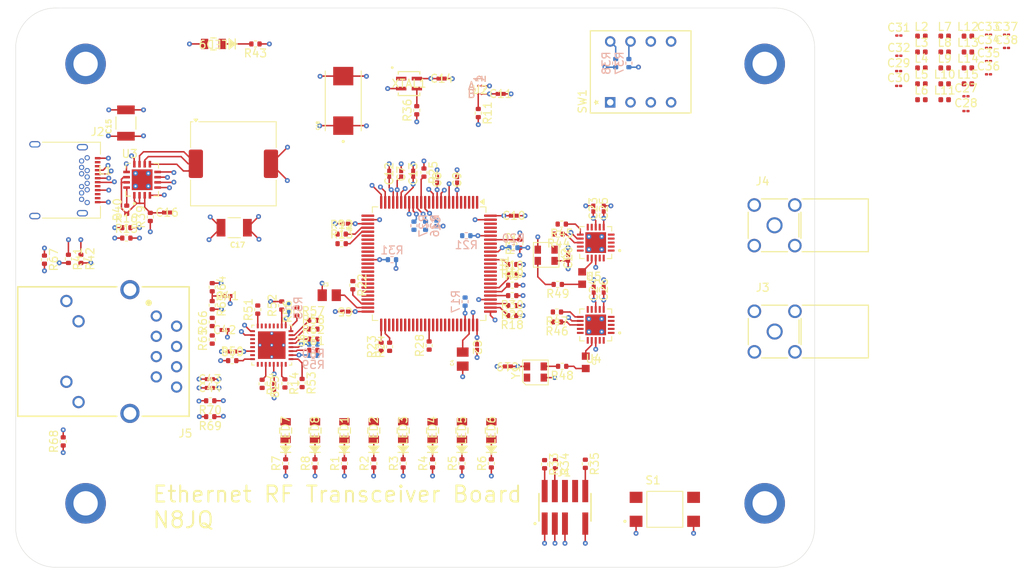
<source format=kicad_pcb>
(kicad_pcb (version 20241229) (generator "pcbnew") (generator_version "9.0")
  (layers (0 "F.Cu" signal "L1_Top") (4 "In1.Cu" power "L2_GND") (6 "In2.Cu" signal "L3_SIG") (8 "In3.Cu" power "L4_PWR") (10 "In4.Cu" signal "L5_GND") (12 "In5.Cu" signal "L6_SIG") (14 "In6.Cu" power "L7_GND") (2 "B.Cu" signal "L8_Bottom") (13 "F.Paste" user) (15 "B.Paste" user) (5 "F.SilkS" user "F.Silkscreen") (7 "B.SilkS" user "B.Silkscreen") (1 "F.Mask" user) (3 "B.Mask" user) (25 "Edge.Cuts" user))
  (net 0 "")
  (net 1 "+3.3V")
  (net 2 "GND")
  (net 3 "RF2_SDI")
  (net 4 "RF2_SCLK")
  (net 5 "RF2_NSS")
  (net 10 "Boot0")
  (net 11 "Boot1")
  (net 12 "SWDCLK")
  (net 13 "SWDIO")
  (net 14 "NRST")
  (net 15 "SWO")
  (net 16 "SWCLK")
  (net 17 "+5V")
  (net 18 "Net-(LED1-Pad1)")
  (net 19 "RF1_NSS")
  (net 20 "RF1_SCLK")
  (net 21 "RF1_SDI")
  (net 22 "RF2_SDO")
  (net 23 "RF1_SDO")
  (net 24 "Net-(C29-Pad2)")
  (net 25 "Net-(C30-Pad2)")
  (net 26 "RF1_SDN")
  (net 27 "RF2_SDN")
  (net 28 "LED_1")
  (net 29 "LED_0")
  (net 30 "Net-(U1-VCAP_2)")
  (net 31 "Net-(U1-VCAP_1)")
  (net 32 "Net-(U1-PD0)")
  (net 33 "Net-(U1-PD1)")
  (net 34 "Net-(U1-PA4)")
  (net 35 "Net-(U1-PA5)")
  (net 36 "Net-(U1-PA13)")
  (net 37 "Net-(U1-PB3)")
  (net 38 "Net-(U1-PB12)")
  (net 39 "Net-(U1-PB13)")
  (net 40 "Net-(U4-SDO)")
  (net 54 "Net-(U1-PC0)")
  (net 58 "RF2_NIRQ")
  (net 59 "ETH_RESET")
  (net 60 "USB_DM")
  (net 65 "ETH_INT_PWDN")
  (net 71 "Net-(U1-PC6)")
  (net 78 "USB_DP")
  (net 85 "RF1_TX")
  (net 86 "CLK_25MHZ_MCO")
  (net 87 "Net-(U1-PA8)")
  (net 88 "Net-(U1-PA15)")
  (net 89 "Net-(U1-PB5)")
  (net 90 "ETH_TXD3")
  (net 91 "Net-(U1-PB8)")
  (net 92 "Net-(U1-PB11)")
  (net 93 "ETH_TX_EN")
  (net 94 "ETH_TXD0")
  (net 95 "ETH_TXD1")
  (net 96 "Net-(U1-PC1)")
  (net 97 "ETH_MDC")
  (net 98 "Net-(U1-PC2)")
  (net 99 "ETH_TXD2")
  (net 100 "Net-(U1-PC10)")
  (net 101 "Net-(U1-PC12)")
  (net 105 "CLK_ETH_TX")
  (net 106 "ETH_MDIO")
  (net 107 "CLK_ETH_RX")
  (net 108 "ETH_RX_D3")
  (net 109 "ETH_RX_D2")
  (net 110 "ETH_RX_D1")
  (net 111 "ETH_RX_D0")
  (net 112 "ETH_RX_DV")
  (net 113 "ETH_RX_ER")
  (net 114 "ETH_RX_CRS")
  (net 115 "ETH_RX_COL")
  (net 116 "Net-(J5-Pad10)")
  (net 117 "/Ethernet PHY/RD_P")
  (net 118 "/Ethernet PHY/TD_N")
  (net 119 "/Ethernet PHY/RD_N")
  (net 121 "Net-(J5-Pad11)")
  (net 122 "/Ethernet PHY/TD_P")
  (net 123 "CLK_32KHz")
  (net 124 "CLK_25MHZ")
  (net 126 "/RF Chain/CLK_RF1_30MHz_T")
  (net 127 "Net-(U3-EN)")
  (net 128 "Net-(C31-Pad2)")
  (net 129 "Net-(C32-Pad2)")
  (net 130 "Net-(J1-Pad10)")
  (net 131 "Net-(J1-Pad04)")
  (net 132 "Net-(J1-Pad02)")
  (net 139 "Net-(U1-PA11)")
  (net 140 "Net-(U1-PA12)")
  (net 141 "Net-(J2-CC2)")
  (net 146 "Net-(J2-CC1)")
  (net 148 "Net-(U3-SW)")
  (net 149 "Net-(C35-Pad1)")
  (net 150 "Net-(C36-Pad1)")
  (net 151 "Net-(U3-PGOOD)")
  (net 152 "Net-(U5-SDO)")
  (net 153 "Net-(U6-RBIAS)")
  (net 154 "Net-(U6-~{INT}{slash}PWDN)")
  (net 155 "Net-(U6-TX_CLK)")
  (net 156 "Net-(U6-RX_CLK)")
  (net 157 "Net-(U6-MDIO)")
  (net 158 "Net-(U6-RX_D3{slash}GPIO3)")
  (net 159 "Net-(U6-RX_D2)")
  (net 160 "Net-(U6-RX_D1)")
  (net 161 "Net-(U6-RX_D0)")
  (net 162 "Net-(U6-RX_DV{slash}RX_CTRL)")
  (net 163 "Net-(U6-RX_ER)")
  (net 164 "Net-(U6-CRS{slash}CRS_DV)")
  (net 165 "Net-(U6-COL{slash}GPIO2)")
  (net 167 "Net-(C37-Pad1)")
  (net 168 "RF1_RX_P")
  (net 169 "Net-(C38-Pad1)")
  (net 171 "RF1_RX_N")
  (net 174 "RF2_RX_N")
  (net 181 "Net-(U4-NIRQ)")
  (net 182 "RF1_NIRQ")
  (net 183 "Net-(U5-NIRQ)")
  (net 185 "/RF Chain/CLK_RF2_30MHz_T")
  (net 186 "CLK_RF2_30MHz")
  (net 187 "CLK_RF1_30MHz")
  (net 188 "/Microcontroller/CLK_32KHz_T")
  (net 190 "Net-(U4-XIN)")
  (net 191 "Net-(U5-XIN)")
  (net 192 "RF2_TX")
  (net 193 "RF2_RX_P")
  (net 194 "/RF Chain/RF1_SMA")
  (net 195 "/RF Chain/RF2_SMA")
  (net 196 "Net-(LED2-Pad1)")
  (net 197 "Net-(U1-PD3)")
  (net 198 "Net-(LED3-Pad1)")
  (net 199 "Net-(U1-PD4)")
  (net 200 "Net-(LED4-Pad1)")
  (net 201 "Net-(U1-PD5)")
  (net 202 "Net-(U1-PD6)")
  (net 203 "Net-(LED5-Pad1)")
  (net 204 "Net-(LED6-Pad1)")
  (net 205 "Net-(U1-PD7)")
  (net 206 "Net-(U1-PD8)")
  (net 207 "Net-(LED7-Pad1)")
  (net 208 "Net-(LED8-Pad1)")
  (net 209 "Net-(U1-PD9)")
  (net 210 "Net-(LED9-Pad1)")
  (net 211 "Net-(U1-PD2)")
  (net 212 "Net-(C41-Pad1)")
  (net 213 "Net-(C42-Pad1)")
  (net 214 "Net-(R37-Pad1)")
  (net 215 "Net-(R38-Pad1)")
  (net 216 "/Microcontroller/CLK_25MHz_T")
  (footprint "Resistor_SMD:R_0402_1005Metric" (layer "F.Cu") (at 123.35 92.14)
    (property "Reference" "R50")
    (property "Value" "4.87k")
  )
  (footprint "SI4468_A2A_IM:QFN50P400X400X90-21N" (layer "F.Cu") (at 168.85 77.365 180)
    (property "Reference" "U5")
    (property "Value" "SI4468-A2A-IM")
  )
  (footprint "Capacitor_SMD:C_01005_0402Metric" (layer "F.Cu") (at 206.765 55.895202)
    (property "Reference" "C29")
    (property "Value" "4.7pF")
  )
  (footprint "Resistor_SMD:R_0402_1005Metric" (layer "F.Cu") (at 158.4 81.4)
    (property "Reference" "R10")
    (property "Value" "40")
  )
  (footprint "Capacitor_SMD:C_01005_0402Metric" (layer "F.Cu") (at 218.015 54.65)
    (property "Reference" "C35")
    (property "Value" "3.3pF")
  )
  (footprint "Resistor_SMD:R_0402_1005Metric" (layer "F.Cu") (at 164.2 76.3 180)
    (property "Reference" "R44")
    (property "Value" "40")
  )
  (footprint "Resistor_SMD:R_0402_1005Metric" (layer "F.Cu") (at 164 87.3 180)
    (property "Reference" "R46")
    (property "Value" "40")
  )
  (footprint "C0402C104J8RACTU:CAPC10555_55N_KEM-L" (layer "F.Cu") (at 122.4 88.3)
    (property "Reference" "C42")
    (property "Value" "100nF")
  )
  (footprint "7499010211A:7499010211A" (layer "F.Cu") (at 107.5 91 -90)
    (property "Reference" "J5")
    (property "Value" "WE-RJ45_7499010211A")
  )
  (footprint "Capacitor_SMD:C_01005_0402Metric" (layer "F.Cu") (at 218.015 51.35)
    (property "Reference" "C33")
    (property "Value" "6.2nF")
  )
  (footprint "Resistor_SMD:R_0402_1005Metric" (layer "F.Cu") (at 155.785714 105 90)
    (property "Reference" "R6")
    (property "Value" "60")
  )
  (footprint "TG2520SMN:TG2520SMN" (layer "F.Cu") (at 162.65 78.95 180)
    (property "Reference" "Y2")
    (property "Value" "TG2520SMN 30.0000M-MCGNNM0")
  )
  (footprint "Resistor_SMD:R_0402_1005Metric" (layer "F.Cu") (at 120.85 89.5 90)
    (property "Reference" "R65")
    (property "Value" "49.9")
  )
  (footprint "C0402C104J8RACTU:CAPC10555_55N_KEM-L" (layer "F.Cu") (at 120.55 95.55)
    (property "Reference" "C44")
    (property "Value" "100nF")
  )
  (footprint "Inductor_SMD:L_0402_1005Metric" (layer "F.Cu") (at 215.435 57.49)
    (property "Reference" "L15")
    (property "Value" "11nH")
  )
  (footprint "C3225X5R0J476M250AA:CAP_C3225X5R0J476M250AA" (layer "F.Cu") (at 110.05 62.4 90)
    (property "Reference" "C15")
    (property "Value" "47uF")
  )
  (footprint "Resistor_SMD:R_0402_1005Metric" (layer "F.Cu") (at 148.428571 105 90)
    (property "Reference" "R4")
    (property "Value" "60")
  )
  (footprint "C0402C104J8RACTU:CAPC10555_55N_KEM-L" (layer "F.Cu") (at 158.600799 74)
    (property "Reference" "C10")
    (property "Value" "100nF")
  )
  (footprint "CMD17_21VGD_TR8:LED0805N_CML-M" (layer "F.Cu") (at 130.035714 100.8951 90)
    (property "Reference" "LED7")
    (property "Value" "CMD17-21VGD/TR8")
  )
  (footprint "Resistor_SMD:R_0402_1005Metric" (layer "F.Cu") (at 152.107143 105 90)
    (property "Reference" "R5")
    (property "Value" "60")
  )
  (footprint "Resistor_SMD:R_0402_1005Metric" (layer "F.Cu") (at 159.35 77.5 90)
    (property "Reference" "R32")
    (property "Value" "100k")
  )
  (footprint "Resistor_SMD:R_0402_1005Metric" (layer "F.Cu") (at 126.55 85.75 90)
    (property "Reference" "R51")
    (property "Value" "40")
  )
  (footprint "C0402C104J8RACTU:CAPC10555_55N_KEM-L" (layer "F.Cu") (at 169.85 83.265 90)
    (property "Reference" "C26")
    (property "Value" "100nF")
  )
  (footprint "Inductor_SMD:L_0402_1005Metric" (layer "F.Cu") (at 209.615 59.48)
    (property "Reference" "L6")
    (property "Value" "22nH")
  )
  (footprint "Resistor_SMD:R_0402_1005Metric" (layer "F.Cu") (at 130.035714 105 90)
    (property "Reference" "R7")
    (property "Value" "60")
  )
  (footprint "Resistor_SMD:R_0402_1005Metric" (layer "F.Cu") (at 138.45 82.7 -90)
    (property "Reference" "R22")
    (property "Value" "40")
  )
  (footprint "C0402C104J8RACTU:CAPC10555_55N_KEM-L" (layer "F.Cu") (at 144.5 68.75 90)
    (property "Reference" "C7")
    (property "Value" "100nF")
  )
  (footprint "Resistor_SMD:R_0402_1005Metric" (layer "F.Cu") (at 133.5 88.19)
    (property "Reference" "R58")
    (property "Value" "40")
  )
  (footprint "Resistor_SMD:R_0402_1005Metric" (layer "F.Cu") (at 120.85 85.2 -90)
    (property "Reference" "R63")
    (property "Value" "49.9")
  )
  (footprint "CMD17_21VGD_TR8:LED0805N_CML-M" (layer "F.Cu") (at 144.75 100.8951 90)
    (property "Reference" "LED3")
    (property "Value" "CMD17-21VGD/TR8")
  )
  (footprint "Capacitor_SMD:C_01005_0402Metric" (layer "F.Cu") (at 206.765 57.75)
    (property "Reference" "C30")
    (property "Value" "1pF")
  )
  (footprint "Resistor_SMD:R_0402_1005Metric" (layer "F.Cu") (at 129.95 94.99 -90)
    (property "Reference" "R14")
    (property "Value" "40")
  )
  (footprint "0603ZA101FAT2A:CAPC1608X90N" (layer "F.Cu") (at 167.6 92.35 -90)
    (property "Reference" "C21")
    (property "Value" "100 pF")
  )
  (footprint "Resistor_SMD:R_0402_1005Metric" (layer "F.Cu") (at 133.5 89.44)
    (property "Reference" "R62")
    (property "Value" "40")
  )
  (footprint "Resistor_SMD:R_0402_1005Metric" (layer "F.Cu") (at 99.85 79.5 -90)
    (property "Reference" "R67")
    (property "Value" "2.49k")
  )
  (footprint "TL3305AF160QG:SW_TL3305AF160QG" (layer "F.Cu") (at 177.5 110.75)
    (property "Reference" "S1")
    (property "Value" "TL3305AF160QG")
  )
  (footprint "Resistor_SMD:R_0402_1005Metric" (layer "F.Cu") (at 113.1 74.15 90)
    (property "Reference" "R39")
    (property "Value" "10")
  )
  (footprint "Resistor_SMD:R_0402_1005Metric" (layer "F.Cu") (at 120.6 99.15 180)
    (property "Reference" "R69")
    (property "Value" "49.9")
  )
  (footprint "0805ZC225KAT2A:CAPC2012X140N" (layer "F.Cu") (at 135.5 83.95)
    (property "Reference" "C3")
    (property "Value" "2.2uF")
  )
  (footprint "Resistor_SMD:R_0402_1005Metric" (layer "F.Cu") (at 164 86.05 180)
    (property "Reference" "R47")
    (property "Value" "40")
  )
  (footprint "C0402C104J8RACTU:CAPC10555_55N_KEM-L" (layer "F.Cu") (at 120.55 94.45)
    (property "Reference" "C43")
    (property "Value" "100nF")
  )
  (footprint "Resistor_SMD:R_0402_1005Metric" (layer "F.Cu") (at 167.55 105.05 -90)
    (property "Reference" "R35")
    (property "Value" "40")
  )
  (footprint "Resistor_SMD:R_0402_1005Metric" (layer "F.Cu") (at 102.2 102.25 90)
    (property "Reference" "R68")
    (property "Value" "2.49k")
  )
  (footprint "CMD17_21VGD_TR8:LED0805N_CML-M" (layer "F.Cu") (at 152.107143 100.8951 90)
    (property "Reference" "LED5")
    (property "Value" "CMD17-21VGD/TR8")
  )
  (footprint "SIT1566AC_JV_XXE_32_768D:BGA_E-32.768D_SIT" (layer "F.Cu") (at 154.35 58.25)
    (property "Reference" "U2")
    (property "Value" "SIT1566AC-JV-XXE-32.768D")
  )
  (footprint "Resistor_SMD:R_0402_1005Metric" (layer "F.Cu") (at 131.45 85.99 90)
    (property "Reference" "R56")
    (property "Value" "40")
  )
  (footprint "Capacitor_SMD:C_01005_0402Metric" (layer "F.Cu") (at 215.19 60.9)
    (property "Reference" "C28")
    (property "Value" "3pF")
  )
  (footprint "Resistor_SMD:R_0402_1005Metric" (layer "F.Cu") (at 158.4 84 180)
    (property "Reference" "R30")
    (property "Value" "40")
  )
  (footprint "SIT5000AICGE_33N0_25_000000Y:SIT5000_2.7x2.4_SIT-M" (layer "F.Cu") (at 145.4848 57.461)
    (property "Reference" "XTAL1")
    (property "Value" "SIT5000AICGE-25MHz")
  )
  (footprint "Capacitor_SMD:C_01005_0402Metric" (layer "F.Cu") (at 215.19 59.045202)
    (property "Reference" "C27")
    (property "Value" "3pF")
  )
  (footprint "C0402C104J8RACTU:CAPC10555_55N_KEM-L" (layer "F.Cu") (at 143 68.75 90)
    (property "Reference" "C12")
    (property "Value" "100nF")
  )
  (footprint "Resistor_SMD:R_0402_1005Metric" (layer "F.Cu") (at 132.1 94.94 -90)
    (property "Reference" "R53")
    (property "Value" "40")
  )
  (footprint "Inductor_SMD:L_0402_1005Metric" (layer "F.Cu") (at 215.435 55.5)
    (property "Reference" "L14")
    (property "Value" "11nH")
  )
  (footprint "Resistor_SMD:R_0402_1005Metric" (layer "F.Cu") (at 110.1 76.8)
    (property "Reference" "R15")
    (property "Value" "40")
  )
  (footprint "Resistor_SMD:R_0402_1005Metric" (layer "F.Cu") (at 133.5 87.09)
    (property "Reference" "R57")
    (property "Value" "40")
  )
  (footprint "C0402C104J8RACTU:CAPC10555_55N_KEM-L" (layer "F.Cu") (at 154 90.450799 -90)
    (property "Reference" "C2")
    (property "Value" "100nF")
  )
  (footprint "Capacitor_SMD:C_01005_0402Metric" (layer "F.Cu") (at 206.79 53.98)
    (property "Reference" "C32")
    (property "Value" "1pF")
  )
  (footprint "Resistor_SMD:R_0402_1005Metric" (layer "F.Cu") (at 163.8 105.1 -90)
    (property "Reference" "R34")
    (property "Value" "40")
  )
  (footprint "C0402C104J8RACTU:CAPC10555_55N_KEM-L" (layer "F.Cu") (at 149.5569 56.836)
    (property "Reference" "C14")
    (property "Value" "100nF")
  )
  (footprint "FTSH-105-01-L-DV-007-K:SAMTEC_FTSH-105-X-X-DV-007-P-X" (layer "F.Cu") (at 165 110.5)
    (property "Reference" "J1")
    (property "Value" "FTSH-105-X-X-DV-007-P-X" (hide yes))
  )
  (footprint "Resistor_SMD:R_0402_1005Metric" (layer "F.Cu") (at 133.5 90.84)
    (property "Reference" "R61")
    (property "Value" "40")
  )
  (footprint "Resistor_SMD:R_0402_1005Metric" (layer "F.Cu") (at 110.1 75.5)
    (property "Reference" "R16")
    (property "Value" "40")
  )
  (footprint "Resistor_SMD:R_0402_1005Metric" (layer "F.Cu") (at 164.6 75.05 180)
    (property "Reference" "R45")
    (property "Value" "40")
  )
  (footprint "Inductor_SMD:L_0402_1005Metric" (layer "F.Cu") (at 212.525 57.49)
    (property "Reference" "L10")
    (property "Value" "11nH")
  )
  (footprint "Inductor_SMD:L_0402_1005Metric" (layer "F.Cu") (at 209.615 55.5)
    (property "Reference" "L4")
    (property "Value" "100nH")
  )
  (footprint "208-4:DIP8_208-4_CTS" (layer "F.Cu") (at 170.665 59.81 90)
    (property "Reference" "SW1")
    (property "Value" "208-4")
  )
  (footprint "C0402C104J8RACTU:CAPC10555_55N_KEM-L" (layer "F.Cu") (at 151.5 69.5 90)
    (property "Reference" "C9")
    (property "Value" "100nF")
  )
  (footprint "C0402C104J8RACTU:CAPC10555_55N_KEM-L" (layer "F.Cu") (at 169.85 73.115 90)
    (property "Reference" "C25")
    (property "Value" "100nF")
  )
  (footprint "Inductor_SMD:L_0402_1005Metric" (layer "F.Cu") (at 215.435 51.52)
    (property "Reference" "L12")
    (property "Value" "22nH")
  )
  (footprint "Connector_USB:USB_C_Receptacle_Amphenol_12401548E4-2A" (layer "F.Cu") (at 101.49 69.55 -90)
    (property "Reference" "J2")
    (property "Value" "USB_C_Receptacle")
  )
  (footprint "TG2520SMN:TG2520SMN" (layer "F.Cu") (at 161.3 93.565)
    (property "Reference" "Y1")
    (property "Value" "TG2520SMN 30.0000M-MCGNNM0")
  )
  (footprint "Capacitor_SMD:C_01005_0402Metric" (layer "F.Cu") (at 218.015 56.3)
    (property "Reference" "C36")
    (property "Value" "3.3pF")
  )
  (footprint "C0402C104J8RACTU:CAPC10555_55N_KEM-L" (layer "F.Cu") (at 137.5 75 180)
    (property "Reference" "C6")
    (property "Value" "100nF")
  )
  (footprint "Resistor_SMD:R_0402_1005Metric" (layer "F.Cu") (at 141.071428 105 90)
    (property "Reference" "R2")
    (property "Value" "60")
  )
  (footprint "C0402C104J8RACTU:CAPC10555_55N_KEM-L" (layer "F.Cu") (at 156.955 58.749999)
    (property "Reference" "C11")
    (property "Value" "100nF")
  )
  (footprint "Resistor_SMD:R_0402_1005Metric" (layer "F.Cu") (at 102.85 79.4 -90)
    (property "Reference" "R41")
    (property "Value" "5.1k")
  )
  (footprint "SI4468_A2A_IM:QFN50P400X400X90-21N" (layer "F.Cu") (at 168.85 87.665 180)
    (property "Reference" "U4")
    (property "Value" "SI4468-A2A-IM")
  )
  (footprint "Resistor_SMD:R_0402_1005Metric" (layer "F.Cu") (at 164.1 82.6 180)
    (property "Reference" "R49")
    (property "Value" "40")
  )
  (footprint "Capacitor_SMD:C_01005_0402Metric" (layer "F.Cu") (at 220.265 53)
    (property "Reference" "C38")
    (property "Value" "3.3pF")
  )
  (footprint "DP83822IRHBR:IC_DP83822IRHBR" (layer "F.Cu") (at 128.3 90.2 -90)
    (property "Reference" "U6")
    (property "Value" "DP83822IRHBR")
  )
  (footprint "CMD17_21VGD_TR8:LED0805N_CML-M" (layer "F.Cu") (at 141.071428 100.8951 90)
    (property "Reference" "LED2")
    (property "Value" "CMD17-21VGD/TR8")
  )
  (footprint "C0402C104J8RACTU:CAPC10555_55N_KEM-L" (layer "F.Cu") (at 122.75 84.05)
    (property "Reference" "C41")
    (property "Value" "100nF")
  )
  (footprint "132225:CONN_132225_AMP" (layer "F.Cu") (at 191.2336 75.2 -90)
    (property "Reference" "J4")
    (property "Value" "132225")
  )
  (footprint "Resistor_SMD:R_0402_1005Metric" (layer "F.Cu") (at 129.55 85.24 90)
    (property "Reference" "R52")
    (property "Value" "40")
  )
  (footprint "CMD17_21VGD_TR8:LED0805N_CML-M" (layer "F.Cu") (at 148.428571 100.8951 90)
    (property "Reference" "LED4")
    (property "Value" "CMD17-21VGD/TR8")
  )
  (footprint "C0402C104J8RACTU:CAPC10555_55N_KEM-L" (layer "F.Cu") (at 115.2 73.6)
    (property "Reference" "C16")
    (property "Value" "100nF")
  )
  (footprint "Inductor_SMD:L_0402_1005Metric" (layer "F.Cu") (at 209.615 57.49)
    (property "Reference" "L5")
    (property "Value" "18nH")
  )
  (footprint "Inductor_SMD:L_0402_1005Metric" (layer "F.Cu") (at 209.615 51.52)
    (property "Reference" "L2")
    (property "Value" "100nH")
  )
  (footprint "Resistor_SMD:R_0402_1005Metric" (layer "F.Cu") (at 137.392857 105 90)
    (property "Reference" "R1")
    (property "Value" "60")
  )
  (footprint "Inductor_SMD:L_0402_1005Metric" (layer "F.Cu") (at 212.525 53.51)
    (property "Reference" "L8")
    (property "Value" "3.3nH")
  )
  (footprint "Capacitor_SMD:C_01005_0402Metric" (layer "F.Cu") (at 206.79 51.45)
    (property "Reference" "C31")
    (property "Value" "4.7pF")
  )
  (footprint "Resistor_SMD:R_0402_1005Metric" (layer "F.Cu") (at 148 90.25 90)
    (property "Reference" "R28")
    (property "Value" "40")
  )
  (footprint "Resistor_SMD:R_0402_1005Metric" (layer "F.Cu") (at 147.35 68.6 -90)
    (property "Reference" "R25")
    (property "Value" "40")
  )
  (footprint "Resistor_SMD:R_0402_1005Metric" (layer "F.Cu") (at 137.05 77.5)
    (property "Reference" "R13")
    (property "Value" "40")
  )
  (footprint "C0402C104J8RACTU:CAPC10555_55N_KEM-L" (layer "F.Cu") (at 165.4 79.25 90)
    (property "Reference" "C20")
    (property "Value" "100nF")
  )
  (footprint "Inductor_SMD:L_0402_1005Metric" (layer "F.Cu") (at 212.525 51.52)
    (property "Reference" "L7")
    (property "Value" "22nH")
  )
  (footprint "Inductor_SMD:L_0402_1005Metric" (layer "F.Cu") (at 215.435 53.51)
    (property "Reference" "L13")
    (property "Value" "22nH")
  )
  (footprint "C0402C104J8RACTU:CAPC10555_55N_KEM-L" (layer "F.Cu") (at 146 68.75 90)
    (property "Reference" "C13")
    (property "Value" "100nF")
  )
  (footprint "C0402C104J8RACTU:CAPC10555_55N_KEM-L" (layer "F.Cu") (at 137.5 86 180)
    (property "Reference" "C5")
    (property "Value" "100nF")
  )
  (footprint "Resistor_SMD:R_0402_1005Metric" (layer "F.Cu") (at 137.05 76.3)
    (property "Reference" "R12")
    (property "Value" "40")
  )
  (footprint "ADP2164ACPZ_3_3_R7:QFN65P400X400X80-17N" (layer "F.Cu") (at 112.075 69.5 90)
    (property "Reference" "U3")
    (property "Value" "ADP2164ACPZ-3.3-R7")
  )
  (footprint "Inductor_SMD:L_Coilcraft_MSS1038-XXX" (layer "F.Cu") (at 123.5 67.5)
    (property "Reference" "L1")
    (property "Value" "MSS1038-152NLC")
  )
  (footprint "CMD17_21VGD_TR8:LED0805N_CML-M" (layer "F.Cu") (at 133.714285 100.8951 90)
    (property "Reference" "LED8")
    (property "Value" "CMD17-21VGD/TR8")
  )
  (footprint "Inductor_SMD:L_0402_1005Metric" (layer "F.Cu") (at 212.525 55.5)
    (property "Reference" "L9")
    (property "Value" "3.3nH")
  )
  (footprint "TRME337K010R0035:CAPPM7343X310N" (layer "F.Cu") (at 137.25 59.625001 90)
    (property "Reference" "C18")
    (property "Value" "330uF")
  )
  (footprint "Package_QFP:LQFP-100_14x14mm_P0.5mm" (layer "F.Cu") (at 148 80 -90)
    (property "Reference" "U1")
    (property "Value" "STM32F407VGT6")
  )
  (footprint "Inductor_SMD:L_0402_1005Metric" (layer "F.Cu") (at 209.615 53.51)
    (property "Reference" "L3")
    (property "Value" "18nH")
  )
  (footprint "Resistor_SMD:R_0402_1005Metric" (layer "F.Cu") (at 120.85 87.3 90)
    (property "Reference" "R66")
    (property "Value" "49.9")
  )
  (footprint "C0402C104J8RACTU:CAPC10555_55N_KEM-L" (layer "F.Cu") (at 168.55 73.115 90)
    (property "Reference" "C23")
    (property "Value" "100nF")
  )
  (footprint "CMD17_21VGD_TR8:LED0805N_CML-M" (layer "F.Cu") (at 155.785714 100.8951 90)
    (property "Reference" "LED6")
    (property "Value" "CMD17-21VGD/TR8")
  )
  (footprint "Resistor_SMD:R_0402_1005Metric" (layer "F.Cu") (at 110.15 73.25 90)
    (property "Reference" "R40")
    (property "Value" "10k")
  )
  (footprint "Resistor_SMD:R_0402_1005Metric" (layer "F.Cu") (at 158.39 86.5 180)
    (property "Reference" "R18")
    (property "Value" "40")
  )
  (footprint "Resistor_SMD:R_0402_1005Metric" (layer "F.Cu") (at 146.45 60.8 90)
    (property "Reference" "R36")
    (property "Value" "40")
  )
  (footprint "0805ZC225KAT2A:CAPC2012X140N" (layer "F.Cu") (at 152.2 91.95 90)
    (property "Reference" "C4")
    (property "Value" "2.2uF")
  )
  (footprint "C0402C104J8RACTU:CAPC10555_55N_KEM-L" (layer "F.Cu") (at 123.4 91 180)
    (property "Reference" "C40")
    (property "Value" "100nF")
  )
  (footprint "Capacitor_SMD:C_01005_0402Metric" (layer "F.Cu") (at 218.015 53)
    (property "Reference" "C34")
    (property "Value" "6.2nF")
  )
  (footprint "Resistor_SMD:R_0402_1005Metric" (layer "F.Cu") (at 126.26 52.5 180)
    (property "Reference" "R43")
    (property "Value" "60")
  )
  (footprint "Capacitor_SMD:C_01005_0402Metric" (layer "F.Cu") (at 220.265 51.35)
    (property "Reference" "C37")
    (property "Value" "3.3pF")
  )
  (footprint "Resistor_SMD:R_0402_1005Metric" (layer "F.Cu") (at 104.41 79.4 -90)
    (property "Reference" "R42")
    (property "Value" "5.1k")
  )
  (footprint "Resistor_SMD:R_0402_1005Metric" (layer "F.Cu") (at 164.65 92.85 180)
    (property "Reference" "R48")
    (property "Value" "40")
  )
  (footprint "Resistor_SMD:R_0402_1005Metric" (layer "F.Cu") (at 158.4 85.25 180)
    (property "Reference" "R29")
    (property "Value" "40")
  )
  (footprint "CMD17_21VGD_TR8:LED0805N_CML-M" (layer "F.Cu") (at 121 52.5 180)
    (property "Reference" "LED9")
    (property "Value" "CMD17-21VGD/TR8")
  )
  (footprint "Resistor_SMD:R_0402_1005Metric" (layer "F.Cu") (at 143.05 90.4 90)
    (property "Reference" "R24")
    (property "Value" "40")
  )
  (footprint "Inductor_SMD:L_0402_1005Metric" (layer "F.Cu") (at 212.525 59.48)
    (property "Reference" "L11")
    (property "Value" "11nH")
  )
  (footprint "Resistor_SMD:R_0402_1005Metric" (layer "F.Cu") (at 127.1 95.04 -90)
    (property "Reference" "R54")
    (property "Value" "40")
  )
  (footprint "Resistor_SMD:R_0402_1005Metric" (layer "F.Cu") (at 120.85 82.95 -90)
    (property "Reference" "R64")
    (property "Value" "49.9")
  )
  (footprint "Resistor_SMD:R_0402_1005Metric" (layer "F.Cu") (at 142 90.4 90)
    (property "Reference" "R23")
    (property "Value" "40")
  )
  (footprint "CMD17_21VGD_TR8:LED0805N_CML-M" (layer "F.Cu") (at 137.392857 100.8951 90)
    (property "Reference" "LED1")
    (property "Value" "CMD17-21VGD/TR8")
  )
  (footprint "Resistor_SMD:R_0402_1005Metric" (layer "F.Cu") (at 158.4 82.7)
    (property "Reference" "R9")
    (property "Value" "40")
  )
  (footprint "Resistor_SMD:R_0402_1005Metric" (layer "F.Cu") (at 154.15 61.15 -90)
    (property "Reference" "R11")
    (property "Value" "40")
  )
  (footprint "C0402C104J8RACTU:CAPC10555_55N_KEM-L" (layer "F.Cu") (at 149 69.5 90)
    (property "Reference" "C8")
    (property "Value" "100nF")
  )
  (footprint "C0402C104J8RACTU:CAPC10555_55N_KEM-L" (layer "F.Cu") (at 128.6 95.4 -90)
    (property "Reference" "C39")
    (property "Value" "100nF")
  )
  (footprint "Resistor_SMD:R_0402_1005Metric" (layer "F.Cu") (at 162.45 105.1 -90)
    (property "Reference" "R33")
    (property "Value" "40")
  )
  (footprint "C3225X5R0J107M250AB:CAP_C3225X5R0J107M250AB" (layer "F.Cu") (at 123.6 75.5 180)
    (property "Reference" "C17")
    (property "Value" "100uF")
  )
  (footprint "Resistor_SMD:R_0402_1005Metric" (layer "F.Cu") (at 120.6 97.16 180)
    (property "Reference" "R70")
    (property "Value" "49.9")
  )
  (footprint "C0402C104J8RACTU:CAPC10555_55N_KEM-L" (layer "F.Cu") (at 157.85 92.865 180)
    (property "Reference" "C19")
    (property "Value" "100nF")
  )
  (footprint "132225:CONN_132225_AMP" (layer "F.Cu") (at 191.25 88.5 -90)
    (property "Reference" "J3")
    (property "Value" "132225")
  )
  (footprint "Resistor_SMD:R_0402_1005Metric" (layer "F.Cu") (at 144.75 105 90)
    (property "Reference" "R3")
    (property "Value" "60")
  )
  (footprint "C0402C104J8RACTU:CAPC10555_55N_KEM-L" (layer "F.Cu") (at 168.6 83.265 90)
    (property "Reference" "C24")
    (property "Value" "100nF")
  )
  (footprint "Resistor_SMD:R_0402_1005Metric" (layer "F.Cu") (at 158.4 80.1 180)
    (property "Reference" "R19")
    (property "Value" "40")
  )
  (footprint "0603ZA101FAT2A:CAPC1608X90N" (layer "F.Cu") (at 167.15 81.8 -90)
    (property "Reference" "C22")
    (property "Value" "100 pF")
  )
  (footprint "Resistor_SMD:R_0402_1005Metric" (layer "F.Cu") (at 133.714285 105 90)
    (property "Reference" "R8")
    (property "Value" "60")
  )
  (footprint "Resistor_SMD:R_0402_1005Metric" (layer "B.Cu") (at 133.5 90.09)
    (property "Reference" "R60")
    (property "Value" "40")
  )
  (footprint "Resistor_SMD:R_0402_1005Metric" (layer "B.Cu") (at 173 54.9 -90)
    (property "Reference" "R37")
    (property "Value" "1K")
  )
  (footprint "Resistor_SMD:R_0402_1005Metric" (layer "B.Cu") (at 158.55 78 180)
    (property "Reference" "R20")
    (property "Value" "40")
  )
  (footprint "C0402C104J8RACTU:CAPC10555_55N_KEM-L" (layer "B.Cu") (at 148.9 74.95 -90)
    (property "Reference" "C1")
    (property "Value" "100nF")
  )
  (footprint "Resistor_SMD:R_0402_1005Metric" (layer "B.Cu") (at 152.5 84.75 -90)
    (property "Reference" "R17")
    (property "Value" "40")
  )
  (footprint "Resistor_SMD:R_0402_1005Metric" (layer "B.Cu") (at 152.65 76.5)
    (property "Reference" "R21")
    (property "Value" "40")
  )
  (footprint "Resistor_SMD:R_0402_1005Metric" (layer "B.Cu") (at 147.55 75.25 90)
    (property "Reference" "R26")
    (property "Value" "40")
  )
  (footprint "Resistor_SMD:R_0402_1005Metric" (layer "B.Cu") (at 133.5 91.49)
    (property "Reference" "R59")
    (property "Value" "40")
  )
  (footprint "Resistor_SMD:R_0402_1005Metric" (layer "B.Cu") (at 143.35 79.5 180)
    (property "Reference" "R31")
    (property "Value" "100k")
  )
  (footprint "Resistor_SMD:R_0402_1005Metric" (layer "B.Cu") (at 171.35 54.9 -90)
    (property "Reference" "R38")
    (property "Value" "1K")
  )
  (footprint "Resistor_SMD:R_0402_1005Metric" (layer "B.Cu") (at 146.1 75.25 90)
    (property "Reference" "R27")
    (property "Value" "40")
  )
  (footprint "Resistor_SMD:R_0402_1005Metric" (layer "B.Cu") (at 130.45 85.54 90)
    (property "Reference" "R55")
    (property "Value" "40")
  )
  (gr_arc (start 196.25 113) (mid 194.785534 116.535534) (end 191.25 118) (stroke (width 0.05)) (layer "Edge.Cuts"))
  (gr_arc (start 96.25 53) (mid 97.714466 49.464466) (end 101.25 48) (stroke (width 0.05)) (layer "Edge.Cuts"))
  (gr_line (start 96.25 113) (end 96.25 53) (stroke (width 0.05)) (layer "Edge.Cuts"))
  (gr_line (start 191.25 118) (end 101.25 118) (stroke (width 0.05)) (layer "Edge.Cuts"))
  (gr_line (start 101.25 48) (end 191.25 48) (stroke (width 0.05)) (layer "Edge.Cuts"))
  (gr_arc (start 101.25 118) (mid 97.714466 116.535534) (end 96.25 113) (stroke (width 0.05)) (layer "Edge.Cuts"))
  (gr_line (start 196.25 53) (end 196.25 113) (stroke (width 0.05)) (layer "Edge.Cuts"))
  (gr_arc (start 191.25 48) (mid 194.785534 49.464466) (end 196.25 53) (stroke (width 0.05)) (layer "Edge.Cuts"))
  (gr_text "Ethernet RF Transceiver Board\nN8JQ" (at 113.25 113.25 0) (layer "F.SilkS") (effects (font (size 2 2) (thickness 0.25)) (justify left bottom)))
  (segment (start 140.325 75.000001) (end 138.75 75) (width 0.1905) (layer "F.Cu") (net 1))
  (segment (start 140.125001 62.725001) (end 140.15 62.75) (width 0.1905) (layer "F.Cu") (net 1))
  (segment (start 120.199201 94.45) (end 119.2 94.45) (width 0.1905) (layer "F.Cu") (net 1))
  (segment (start 143.999999 70.750001) (end 144 70.75) (width 0.1905) (layer "F.Cu") (net 1))
  (segment (start 146 70.45) (end 145 71.45) (width 0.1905) (layer "F.Cu") (net 1))
  (segment (start 114.805 71.445) (end 114.85 71.4) (width 0.1905) (layer "F.Cu") (net 1))
  (segment (start 145 72.325) (end 145 71.45) (width 0.1905) (layer "F.Cu") (net 1))
  (segment (start 169.85 74.315) (end 169.85 73.465799) (width 0.1905) (layer "F.Cu") (net 1))
  (segment (start 124.8 91) (end 123.750799 91) (width 0.1905) (layer "F.Cu") (net 1))
  (segment (start 162.45 115) (end 162.46 114.99) (width 0.1905) (layer "F.Cu") (net 1))
  (segment (start 120.199201 95.55) (end 119.2 95.55) (width 0.1905) (layer "F.Cu") (net 1))
  (segment (start 146 70.05) (end 146 70.45) (width 0.1905) (layer "F.Cu") (net 1))
  (segment (start 144 69.6) (end 144.499201 69.100799) (width 0.1905) (layer "F.Cu") (net 1))
  (segment (start 148.2069 56.836) (end 149.206101 56.836) (width 0.1905) (layer "F.Cu") (net 1))
  (segment (start 143 70.5) (end 143.25 70.75) (width 0.1905) (layer "F.Cu") (net 1))
  (segment (start 119.8951 52.5) (end 118 52.5) (width 0.1905) (layer "F.Cu") (net 1))
  (segment (start 157.350799 74) (end 155.675 74) (width 0.1905) (layer "F.Cu") (net 1))
  (segment (start 168.85 74.615) (end 168.55 74.315) (width 0.1905) (layer "F.Cu") (net 1))
  (segment (start 146.4627 56.836) (end 148.2069 56.836) (width 0.1905) (layer "F.Cu") (net 1))
  (segment (start 169.85 84.565) (end 169.85 83.615799) (width 0.1905) (layer "F.Cu") (net 1))
  (segment (start 124.85 90.95) (end 124.8 91) (width 0.1905) (layer "F.Cu") (net 1))
  (segment (start 146 69.100799) (end 146 70.05) (width 0.1905) (layer "F.Cu") (net 1))
  (segment (start 158.25 74) (end 157.350799 74) (width 0.1905) (layer "F.Cu") (net 1))
  (segment (start 149 69.850799) (end 149 70.75) (width 0.1905) (layer "F.Cu") (net 1))
  (segment (start 113.05 71.445) (end 114.805 71.445) (width 0.1905) (layer "F.Cu") (net 1))
  (segment (start 154 87.675) (end 154 89.25) (width 0.1905) (layer "F.Cu") (net 1))
  (segment (start 128.2 67.5) (end 130.25 69.55) (width 0.1905) (layer "F.Cu") (net 1))
  (segment (start 145.85 69.15) (end 145.899201 69.100799) (width 0.1905) (layer "F.Cu") (net 1))
  (segment (start 162.46 114.99) (end 162.46 112.535) (width 0.1905) (layer "F.Cu") (net 1))
  (segment (start 137.25 62.725001) (end 134.324999 62.725001) (width 0.1905) (layer "F.Cu") (net 1))
  (segment (start 143.5 72.325) (end 143.5 71) (width 0.1905) (layer "F.Cu") (net 1))
  (segment (start 168.55 74.315) (end 168.55 73.465799) (width 0.1905) (layer "F.Cu") (net 1))
  (segment (start 168.85 85.715) (end 168.85 84.815) (width 0.1905) (layer "F.Cu") (net 1))
  (segment (start 151.5 69.850799) (end 151.5 70.75) (width 0.1905) (layer "F.Cu") (net 1))
  (segment (start 143.5 71) (end 143.25 70.75) (width 0.1905) (layer "F.Cu") (net 1))
  (segment (start 154.555 58.749999) (end 155.555 58.749999) (width 0.1905) (layer "F.Cu") (net 1))
  (segment (start 125.25 75.5) (end 126.65 74.1) (width 0.1905) (layer "F.Cu") (net 1))
  (segment (start 165.4 79.600799) (end 165.4 80.15) (width 0.1905) (layer "F.Cu") (net 1))
  (segment (start 159.35 78.01) (end 159.35 78.95) (width 0.1905) (layer "F.Cu") (net 1))
  (segment (start 128.55 92.6) (end 128.55 93.75) (width 0.1905) (layer "F.Cu") (net 1))
  (segment (start 128.6 95.049201) (end 128.6 93.8) (width 0.1905) (layer "F.Cu") (net 1))
  (segment (start 163.7 79.65) (end 165.350799 79.65) (width 0.1905) (layer "F.Cu") (net 1))
  (segment (start 145.899201 69.100799) (end 146 69.100799) (width 0.1905) (layer "F.Cu") (net 1))
  (segment (start 154 90.1) (end 154 89.25) (width 0.1905) (layer "F.Cu") (net 1))
  (segment (start 134.324999 62.725001) (end 134.3 62.75) (width 0.1905) (layer "F.Cu") (net 1))
  (segment (start 128.55 93.75) (end 128.6 93.8) (width 0.1905) (layer "F.Cu") (net 1))
  (segment (start 151.5 72.325) (end 151.5 70.75) (width 0.1905) (layer "F.Cu") (net 1))
  (segment (start 125.25 75.5) (end 126.7 76.95) (width 0.1905) (layer "F.Cu") (net 1))
  (segment (start 165.4 80.15) (end 165.4 80.65) (width 0.1905) (layer "F.Cu") (net 1))
  (segment (start 155.555 58.749999) (end 156.604201 58.749999) (width 0.1905) (layer "F.Cu") (net 1))
  (segment (start 158.200799 92.865) (end 160.25 92.865) (width 0.1905) (layer "F.Cu") (net 1))
  (segment (start 130.25 69.55) (end 130.25 69.6) (width 0.1905) (layer "F.Cu") (net 1))
  (segment (start 140.325 86) (end 138.75 86) (width 0.1905) (layer "F.Cu") (net 1))
  (segment (start 169.85 85.73) (end 169.85 84.565) (width 0.1905) (layer "F.Cu") (net 1))
  (segment (start 168.85 84.815) (end 168.6 84.565) (width 0.1905) (layer "F.Cu") (net 1))
  (segment (start 144 70.75) (end 144 69.6) (width 0.1905) (layer "F.Cu") (net 1))
  (segment (start 143 69.100799) (end 143 70.5) (width 0.1905) (layer "F.Cu") (net 1))
  (segment (start 125.9 90.95) (end 124.85 90.95) (width 0.1905) (layer "F.Cu") (net 1))
  (segment (start 137.850799 75) (end 138.75 75) (width 0.1905) (layer "F.Cu") (net 1))
  (segment (start 149 72.325) (end 149 70.75) (width 0.1905) (layer "F.Cu") (net 1))
  (segment (start 137.850799 86) (end 138.75 86) (width 0.1905) (layer "F.Cu") (net 1))
  (segment (start 143.999999 72.325) (end 143.999999 70.750001) (width 0.1905) (layer "F.Cu") (net 1))
  (segment (start 137.25 62.725001) (end 140.125001 62.725001) (width 0.1905) (layer "F.Cu") (net 1))
  (segment (start 168.85 85.73) (end 168.85 85.715) (width 0.1905) (layer "F.Cu") (net 1))
  (segment (start 168.85 75.43) (end 168.85 74.615) (width 0.1905) (layer "F.Cu") (net 1))
  (segment (start 169.85 75.43) (end 169.85 74.315) (width 0.1905) (layer "F.Cu") (net 1))
  (segment (start 144.499201 69.100799) (end 144.5 69.100799) (width 0.1905) (layer "F.Cu") (net 1))
  (segment (start 165.350799 79.65) (end 165.4 79.600799) (width 0.1905) (layer "F.Cu") (net 1))
  (segment (start 130.275 65.425) (end 128.2 67.5) (width 0.1905) (layer "F.Cu") (net 1))
  (segment (start 168.6 84.565) (end 168.6 83.615799) (width 0.1905) (layer "F.Cu") (net 1))
  (via (at 143.25 70.75) (size 0.6096) (drill 0.254) (layers "F.Cu" "B.Cu") (net 1))
  (via (at 138.75 75) (size 0.6096) (drill 0.254) (layers "F.Cu" "B.Cu") (net 1))
  (via (at 162.45 115) (size 0.6096) (drill 0.254) (layers "F.Cu" "B.Cu") (net 1))
  (via (at 124.8 91) (size 0.6096) (drill 0.254) (layers "F.Cu" "B.Cu") (net 1))
  (via (at 146 70.05) (size 0.6096) (drill 0.254) (layers "F.Cu" "B.Cu") (net 1))
  (via (at 130.275 65.425) (size 0.6096) (drill 0.254) (layers "F.Cu" "B.Cu") (net 1))
  (via (at 119.2 94.45) (size 0.6096) (drill 0.254) (layers "F.Cu" "B.Cu") (net 1))
  (via (at 169.85 74.315) (size 0.6096) (drill 0.254) (layers "F.Cu" "B.Cu") (net 1))
  (via (at 159.35 78.95) (size 0.6096) (drill 0.254) (layers "F.Cu" "B.Cu") (net 1))
  (via (at 128.6 93.8) (size 0.6096) (drill 0.254) (layers "F.Cu" "B.Cu") (net 1))
  (via (at 134.3 62.75) (size 0.6096) (drill 0.254) (layers "F.Cu" "B.Cu") (net 1))
  (via (at 118 52.5) (size 0.6096) (drill 0.254) (layers "F.Cu" "B.Cu") (net 1))
  (via (at 130.25 69.6) (size 0.6096) (drill 0.254) (layers "F.Cu" "B.Cu") (net 1))
  (via (at 157.350799 74) (size 0.6096) (drill 0.254) (layers "F.Cu" "B.Cu") (net 1))
  (via (at 151.5 70.75) (size 0.6096) (drill 0.254) (layers "F.Cu" "B.Cu") (net 1))
  (via (at 168.6 84.565) (size 0.6096) (drill 0.254) (layers "F.Cu" "B.Cu") (net 1))
  (via (at 149 70.75) (size 0.6096) (drill 0.254) (layers "F.Cu" "B.Cu") (net 1))
  (via (at 126.65 74.1) (size 0.6096) (drill 0.254) (layers "F.Cu" "B.Cu") (net 1))
  (via (at 169.85 84.565) (size 0.6096) (drill 0.254) (layers "F.Cu" "B.Cu") (net 1))
  (via (at 154 89.25) (size 0.6096) (drill 0.254) (layers "F.Cu" "B.Cu") (net 1))
  (via (at 138.75 86) (size 0.6096) (drill 0.254) (layers "F.Cu" "B.Cu") (net 1))
  (via (at 114.85 71.4) (size 0.6096) (drill 0.254) (layers "F.Cu" "B.Cu") (net 1))
  (via (at 155.555 58.749999) (size 0.6096) (drill 0.254) (layers "F.Cu" "B.Cu") (net 1))
  (via (at 159.1 92.865) (size 0.6096) (drill 0.254) (layers "F.Cu" "B.Cu") (net 1))
  (via (at 119.2 95.55) (size 0.6096) (drill 0.254) (layers "F.Cu" "B.Cu") (net 1))
  (via (at 148.2069 56.836) (size 0.6096) (drill 0.254) (layers "F.Cu" "B.Cu") (net 1))
  (via (at 165.4 80.65) (size 0.6096) (drill 0.254) (layers "F.Cu" "B.Cu") (net 1))
  (via (at 126.7 76.95) (size 0.6096) (drill 0.254) (layers "F.Cu" "B.Cu") (net 1))
  (via (at 144 70.75) (size 0.6096) (drill 0.254) (layers "F.Cu" "B.Cu") (net 1))
  (via (at 168.55 74.315) (size 0.6096) (drill 0.254) (layers "F.Cu" "B.Cu") (net 1))
  (via (at 140.15 62.75) (size 0.6096) (drill 0.254) (layers "F.Cu" "B.Cu") (net 1))
  (via (at 143.85 80.6) (size 0.6096) (drill 0.254) (layers "F.Cu" "B.Cu") (net 1))
  (segment (start 143.86 79.5) (end 143.86 80.59) (width 0.1905) (layer "B.Cu") (net 1))
  (segment (start 143.86 80.59) (end 143.85 80.6) (width 0.1905) (layer "B.Cu") (net 1))
  (segment (start 122.750799 89.199201) (end 122.75 89.2) (width 0.1905) (layer "F.Cu") (net 2))
  (segment (start 123.100799 84.05) (end 123.100799 84.999201) (width 0.1905) (layer "F.Cu") (net 2))
  (segment (start 144.5 72.325) (end 144.5 71.1) (width 0.1905) (layer "F.Cu") (net 2))
  (segment (start 105.64 79.91) (end 105.65 79.9) (width 0.1905) (layer "F.Cu") (net 2))
  (segment (start 157.305799 58.749999) (end 158.255 58.749999) (width 0.1905) (layer "F.Cu") (net 2))
  (segment (start 155.675 74.5) (end 153.75 74.5) (width 0.1905) (layer "F.Cu") (net 2))
  (segment (start 153.5 87.675) (end 153.5 86.1) (width 0.1905) (layer "F.Cu") (net 2))
  (segment (start 148.428571 106.578571) (end 148.45 106.6) (width 0.1905) (layer "F.Cu") (net 2))
  (segment (start 134.374999 56.525001) (end 134.35 56.55) (width 0.1905) (layer "F.Cu") (net 2))
  (segment (start 122.750799 88.3) (end 122.750799 89.199201) (width 0.1905) (layer "F.Cu") (net 2))
  (segment (start 120.45 77) (end 121.95 75.5) (width 0.1905) (layer "F.Cu") (net 2))
  (segment (start 137.392857 106.542857) (end 137.392857 105.51) (width 0.1905) (layer "F.Cu") (net 2))
  (segment (start 115.975 68.525) (end 116.05 68.6) (width 0.1905) (layer "F.Cu") (net 2))
  (segment (start 115.5 70.5) (end 115.475 70.475) (width 0.1905) (layer "F.Cu") (net 2))
  (segment (start 149 69.149201) (end 149 68.25) (width 0.1905) (layer "F.Cu") (net 2))
  (segment (start 133.714285 106.535715) (end 133.65 106.6) (width 0.1905) (layer "F.Cu") (net 2))
  (segment (start 104.41 79.91) (end 105.64 79.91) (width 0.1905) (layer "F.Cu") (net 2))
  (segment (start 120.900799 95.55) (end 121.7 95.55) (width 0.1905) (layer "F.Cu") (net 2))
  (segment (start 165.4 78.899201) (end 165.4 78) (width 0.1905) (layer "F.Cu") (net 2))
  (segment (start 181.1 112.25) (end 181.1 113.75) (width 0.1905) (layer "F.Cu") (net 2))
  (segment (start 152.107143 105.51) (end 152.107143 106.542857) (width 0.1905) (layer "F.Cu") (net 2))
  (segment (start 168.55 72.764201) (end 167.600799 72.764201) (width 0.1905) (layer "F.Cu") (net 2))
  (segment (start 160 74) (end 158.951598 74) (width 0.1905) (layer "F.Cu") (net 2))
  (segment (start 123.100799 84.999201) (end 123.1 85) (width 0.1905) (layer "F.Cu") (net 2))
  (segment (start 150.886 56.836) (end 150.9 56.85) (width 0.1905) (layer "F.Cu") (net 2))
  (segment (start 155.554998 57.750001) (end 155.555 57.749999) (width 0.1905) (layer "F.Cu") (net 2))
  (segment (start 121.95 75.5) (end 120.6 74.15) (width 0.1905) (layer "F.Cu") (net 2))
  (segment (start 169.85 72.764201) (end 170.749201 72.764201) (width 0.1905) (layer "F.Cu") (net 2))
  (segment (start 162.35 94.265) (end 163.7 94.265) (width 0.1905) (layer "F.Cu") (net 2))
  (segment (start 167.54 112.535) (end 167.54 114.99) (width 0.1905) (layer "F.Cu") (net 2))
  (segment (start 115.225 69.175) (end 115.25 69.2) (width 0.1905) (layer "F.Cu") (net 2))
  (segment (start 134.62 83.95) (end 134.62 82.47) (width 0.1905) (layer "F.Cu") (net 2))
  (segment (start 137.45 106.6) (end 137.392857 106.542857) (width 0.1905) (layer "F.Cu") (net 2))
  (segment (start 102.2 102.76) (end 102.2 103.65) (width 0.1905) (layer "F.Cu") (net 2))
  (segment (start 122.19 99.15) (end 122.24 99.1) (width 0.1905) (layer "F.Cu") (net 2))
  (segment (start 114.02 68.525) (end 115.975 68.525) (width 0.1905) (layer "F.Cu") (net 2))
  (segment (start 161.6 78.25) (end 161.6 76.65) (width 0.1905) (layer "F.Cu") (net 2))
  (segment (start 122.23 97.16) (end 122.24 97.15) (width 0.1905) (layer "F.Cu") (net 2))
  (segment (start 157.499201 92.865) (end 156.5 92.865) (width 0.1905) (layer "F.Cu") (net 2))
  (segment (start 168.6 82.914201) (end 168.6 82.015) (width 0.1905) (layer "F.Cu") (net 2))
  (segment (start 106.51 66.8) (end 107.85 66.8) (width 0.1905) (layer "F.Cu") (net 2))
  (segment (start 168.85 89.6) (end 168.85 90.715) (width 0.1905) (layer "F.Cu") (net 2))
  (segment (start 130.035714 106.585714) (end 130.05 106.6) (width 0.1905) (layer "F.Cu") (net 2))
  (segment (start 110.05 60.75) (end 107.9 60.75) (width 0.1905) (layer "F.Cu") (net 2))
  (segment (start 140.125001 56.525001) (end 140.15 56.55) (width 0.1905) (layer "F.Cu") (net 2))
  (segment (start 152.107143 106.542857) (end 152.05 106.6) (width 0.1905) (layer "F.Cu") (net 2))
  (segment (start 106.51 72.3) (end 107.85 72.3) (width 0.1905) (layer "F.Cu") (net 2))
  (segment (start 144.5069 58.086) (end 142.8069 58.086) (width 0.1905) (layer "F.Cu") (net 2))
  (segment (start 143 68.399201) (end 143 67.5) (width 0.1905) (layer "F.Cu") (net 2))
  (segment (start 144.75 106.5) (end 144.65 106.6) (width 0.1905) (layer "F.Cu") (net 2))
  (segment (start 130.035714 105.51) (end 130.035714 106.585714) (width 0.1905) (layer "F.Cu") (net 2))
  (segment (start 163.73 114.98) (end 163.75 115) (width 0.1905) (layer "F.Cu") (net 2))
  (segment (start 122.84 92.14) (end 121.9 92.14) (width 0.1905) (layer "F.Cu") (net 2))
  (segment (start 152.2 92.83) (end 152.2 94.15) (width 0.1905) (layer "F.Cu") (net 2))
  (segment (start 121.11 99.15) (end 122.19 99.15) (width 0.1905) (layer "F.Cu") (net 2))
  (segment (start 144.5 68.399201) (end 144.5 67.5) (width 0.1905) (layer "F.Cu") (net 2))
  (segment (start 146 68.399201) (end 146 67.5) (width 0.1905) (layer "F.Cu") (net 2))
  (segment (start 128.6 95.750799) (end 128.6 96.8) (width 0.1905) (layer "F.Cu") (net 2))
  (segment (start 137.25 56.525001) (end 134.374999 56.525001) (width 0.1905) (layer "F.Cu") (net 2))
  (segment (start 165 112.535) (end 165 115) (width 0.1905) (layer "F.Cu") (net 2))
  (segment (start 149.5 71.2) (end 149.9 70.8) (width 0.1905) (layer "F.Cu") (net 2))
  (segment (start 144.5 71.1) (end 145 70.6) (width 0.1905) (layer "F.Cu") (net 2))
  (segment (start 115.475 70.475) (end 114 70.475) (width 0.1905) (layer "F.Cu") (net 2))
  (segment (start 99.85 78.99) (end 99.85 78.05) (width 0.1905) (layer "F.Cu") (net 2))
  (segment (start 114.02 69.825) (end 116.025 69.825) (width 0.1905) (layer "F.Cu") (net 2))
  (segment (start 102.85 79.91) (end 101.71 79.91) (width 0.1905) (layer "F.Cu") (net 2))
  (segment (start 121.11 97.16) (end 122.23 97.16) (width 0.1905) (layer "F.Cu") (net 2))
  (segment (start 173.9 112.25) (end 173.9 113.75) (width 0.1905) (layer "F.Cu") (net 2))
  (segment (start 114.02 69.175) (end 115.225 69.175) (width 0.1905) (layer "F.Cu") (net 2))
  (segment (start 101.71 79.91) (end 101.7 79.9) (width 0.1905) (layer "F.Cu") (net 2))
  (segment (start 134.62 82.47) (end 134.6 82.45) (width 0.1905) (layer "F.Cu") (net 2))
  (segment (start 155.785714 105.51) (end 155.785714 106.535714) (width 0.1905) (layer "F.Cu") (net 2))
  (segment (start 120.900799 94.45) (end 121.7 94.45) (width 0.1905) (layer "F.Cu") (net 2))
  (segment (start 137.149201 75) (end 136.25 75) (width 0.1905) (layer "F.Cu") (net 2))
  (segment (start 167.600799 72.764201) (end 167.6 72.765) (width 0.1905) (layer "F.Cu") (net 2))
  (segment (start 163.73 112.535) (end 163.73 114.98) (width 0.1905) (layer "F.Cu") (net 2))
  (segment (start 149.907699 56.836) (end 150.886 56.836) (width 0.1905) (layer "F.Cu") (net 2))
  (segment (start 151.5 69.149201) (end 151.5 68.25) (width 0.1905) (layer "F.Cu") (net 2))
  (segment (start 170.749201 72.764201) (end 170.75 72.765) (width 0.1905) (layer "F.Cu") (net 2))
  (segment (start 123.049201 91) (end 122 91) (width 0.1905) (layer "F.Cu") (net 2))
  (segment (start 154.555 57.750001) (end 155.554998 57.750001) (width 0.1905) (layer "F.Cu") (net 2))
  (segment (start 140.325 74.5) (end 141.8 74.5) (width 0.1905) (layer "F.Cu") (net 2))
  (segment (start 141.071428 106.578572) (end 141.05 106.6) (width 0.1905) (layer "F.Cu") (net 2))
  (segment (start 168.85 79.3) (end 168.85 80.465) (width 0.1905) (layer "F.Cu") (net 2))
  (segment (start 137.149201 86) (end 136.25 86) (width 0.1905) (layer "F.Cu") (net 2))
  (segment (start 126.77 52.5) (end 128 52.5) (width 0.1905) (layer "F.Cu") (net 2))
  (segment (start 154 90.801598) (end 154 91.75) (width 0.1905) (layer "F.Cu") (net 2))
  (segment (start 149.5 72.325) (end 149.5 71.2) (width 0.1905) (layer "F.Cu") (net 2))
  (segment (start 155.785714 106.535714) (end 155.85 106.6) (width 0.1905) (layer "F.Cu") (net 2))
  (segment (start 112.25 60.75) (end 110.05 60.75) (width 0.1905) (layer "F.Cu") (net 2))
  (segment (start 148.428571 105.51) (end 148.428571 106.578571) (width 0.1905) (layer "F.Cu") (net 2))
  (segment (start 116.025 69.825) (end 116.05 69.8) (width 0.1905) (layer "F.Cu") (net 2))
  (segment (start 144.75 105.51) (end 144.75 106.5) (width 0.1905) (layer "F.Cu") (net 2))
  (segment (start 167.54 114.99) (end 167.55 115) (width 0.1905) (layer "F.Cu") (net 2))
  (segment (start 141.071428 105.51) (end 141.071428 106.578572) (width 0.1905) (layer "F.Cu") (net 2))
  (segment (start 169.85 82.914201) (end 169.85 82.015) (width 0.1905) (layer "F.Cu") (net 2))
  (segment (start 133.714285 105.51) (end 133.714285 106.535715) (width 0.1905) (layer "F.Cu") (net 2))
  (segment (start 137.25 56.525001) (end 140.125001 56.525001) (width 0.1905) (layer "F.Cu") (net 2))
  (via (at 167.55 115) (size 0.6096) (drill 0.254) (layers "F.Cu" "B.Cu") (net 2))
  (via (at 140.15 56.55) (size 0.6096) (drill 0.254) (layers "F.Cu" "B.Cu") (net 2))
  (via (at 134.35 56.55) (size 0.6096) (drill 0.254) (layers "F.Cu" "B.Cu") (net 2))
  (via (at 149.75 75.3) (size 0.6096) (drill 0.254) (layers "F.Cu" "B.Cu") (net 2))
  (via (at 169.85 82.015) (size 0.6096) (drill 0.254) (layers "F.Cu" "B.Cu") (net 2))
  (via (at 112.85 68.7) (size 0.6096) (drill 0.254) (layers "F.Cu" "B.Cu") (net 2))
  (via (at 99.85 78.05) (size 0.6096) (drill 0.254) (layers "F.Cu" "B.Cu") (net 2))
  (via (at 153.5 86.1) (size 0.6096) (drill 0.254) (layers "F.Cu" "B.Cu") (net 2))
  (via (at 156.5 92.865) (size 0.6096) (drill 0.254) (layers "F.Cu" "B.Cu") (net 2))
  (via (at 105 55) (size 5.08) (drill 3.048) (layers "F.Cu" "B.Cu") (net 2))
  (via (at 120.45 77) (size 0.6096) (drill 0.254) (layers "F.Cu" "B.Cu") (net 2))
  (via (at 168 76.615) (size 0.6096) (drill 0.254) (layers "F.Cu" "B.Cu") (net 2))
  (via (at 142.8069 58.086) (size 0.6096) (drill 0.254) (layers "F.Cu" "B.Cu") (net 2))
  (via (at 107.85 66.8) (size 0.6096) (drill 0.254) (layers "F.Cu" "B.Cu") (net 2))
  (via (at 111.25 70.3) (size 0.6096) (drill 0.254) (layers "F.Cu" "B.Cu") (net 2))
  (via (at 168.85 90.715) (size 0.6096) (drill 0.254) (layers "F.Cu" "B.Cu") (net 2))
  (via (at 121.7 94.45) (size 0.6096) (drill 0.254) (layers "F.Cu" "B.Cu") (net 2))
  (via (at 120.6 74.15) (size 0.6096) (drill 0.254) (layers "F.Cu" "B.Cu") (net 2))
  (via (at 161.6 76.65) (size 0.6096) (drill 0.254) (layers "F.Cu" "B.Cu") (net 2))
  (via (at 148.428571 106.5784) (size 0.6096) (drill 0.254) (layers "F.Cu" "B.Cu") (net 2))
  (via (at 102.2 103.65) (size 0.6096) (drill 0.254) (layers "F.Cu" "B.Cu") (net 2))
  (via (at 121.9 92.14) (size 0.6096) (drill 0.254) (layers "F.Cu" "B.Cu") (net 2))
  (via (at 128.6 96.8) (size 0.6096) (drill 0.254) (layers "F.Cu" "B.Cu") (net 2))
  (via (at 158.255 58.749999) (size 0.6096) (drill 0.254) (layers "F.Cu" "B.Cu") (net 2))
  (via (at 169.6 76.615) (size 0.6096) (drill 0.254) (layers "F.Cu" "B.Cu") (net 2))
  (via (at 150.9 56.85) (size 0.6096) (drill 0.254) (layers "F.Cu" "B.Cu") (net 2))
  (via (at 128 52.5) (size 0.6096) (drill 0.254) (layers "F.Cu" "B.Cu") (net 2))
  (via (at 141.8 74.5) (size 0.6096) (drill 0.254) (layers "F.Cu" "B.Cu") (net 2))
  (via (at 112.25 60.75) (size 0.6096) (drill 0.254) (layers "F.Cu" "B.Cu") (net 2))
  (via (at 136.25 86) (size 0.6096) (drill 0.254) (layers "F.Cu" "B.Cu") (net 2))
  (via (at 101.7 79.9) (size 0.6096) (drill 0.254) (layers "F.Cu" "B.Cu") (net 2))
  (via (at 134.6 82.45) (size 0.6096) (drill 0.254) (layers "F.Cu" "B.Cu") (net 2))
  (via (at 122.24 97.15) (size 0.6096) (drill 0.254) (layers "F.Cu" "B.Cu") (net 2))
  (via (at 122 91) (size 0.6096) (drill 0.254) (layers "F.Cu" "B.Cu") (net 2))
  (via (at 143 67.5) (size 0.6096) (drill 0.254) (layers "F.Cu" "B.Cu") (net 2))
  (via (at 169.6 78.215) (size 0.6096) (drill 0.254) (layers "F.Cu" "B.Cu") (net 2))
  (via (at 153.75 74.5) (size 0.6096) (drill 0.254) (layers "F.Cu" "B.Cu") (net 2))
  (via (at 152.107143 106.5784) (size 0.6096) (drill 0.254) (layers "F.Cu" "B.Cu") (net 2))
  (via (at 149 68.25) (size 0.6096) (drill 0.254) (layers "F.Cu" "B.Cu") (net 2))
  (via (at 155.785714 106.5784) (size 0.6096) (drill 0.254) (layers "F.Cu" "B.Cu") (net 2))
  (via (at 174.2 55.4) (size 0.6096) (drill 0.254) (layers "F.Cu" "B.Cu") (net 2))
  (via (at 115.5 70.5) (size 0.6096) (drill 0.254) (layers "F.Cu" "B.Cu") (net 2))
  (via (at 173.9 113.75) (size 0.6096) (drill 0.254) (layers "F.Cu" "B.Cu") (net 2))
  (via (at 170 55.4) (size 0.6096) (drill 0.254) (layers "F.Cu" "B.Cu") (net 2))
  (via (at 146 67.5) (size 0.6096) (drill 0.254) (layers "F.Cu" "B.Cu") (net 2))
  (via (at 122.24 99.1) (size 0.6096) (drill 0.254) (layers "F.Cu" "B.Cu") (net 2))
  (via (at 149.9 70.8) (size 0.6096) (drill 0.254) (layers "F.Cu" "B.Cu") (net 2))
  (via (at 163.7 94.265) (size 0.6096) (drill 0.254) (layers "F.Cu" "B.Cu") (net 2))
  (via (at 168.6 82.015) (size 0.6096) (drill 0.254) (layers "F.Cu" "B.Cu") (net 2))
  (via (at 154 91.75) (size 0.6096) (drill 0.254) (layers "F.Cu" "B.Cu") (net 2))
  (via (at 137.392857 106.5784) (size 0.6096) (drill 0.254) (layers "F.Cu" "B.Cu") (net 2))
  (via (at 168 78.215) (size 0.6096) (drill 0.254) (layers "F.Cu" "B.Cu") (net 2))
  (via (at 123.1 85) (size 0.6096) (drill 0.254) (layers "F.Cu" "B.Cu") (net 2))
  (via (at 111.25 68.7) (size 0.6096) (drill 0.254) (layers "F.Cu" "B.Cu") (net 2))
  (via (at 181.1 113.75) (size 0.6096) (drill 0.254) (layers "F.Cu" "B.Cu") (net 2))
  (via (at 122.75 89.2) (size 0.6096) (drill 0.254) (layers "F.Cu" "B.Cu") (net 2))
  (via (at 112.85 70.3) (size 0.6096) (drill 0.254) (layers "F.Cu" "B.Cu") (net 2))
  (via (at 105 110) (size 5.08) (drill 3.048) (layers "F.Cu" "B.Cu") (net 2))
  (via (at 107.85 72.3) (size 0.6096) (drill 0.254) (layers "F.Cu" "B.Cu") (net 2))
  (via (at 107.9 60.75) (size 0.6096) (drill 0.254) (layers "F.Cu" "B.Cu") (net 2))
  (via (at 167.6 72.765) (size 0.6096) (drill 0.254) (layers "F.Cu" "B.Cu") (net 2))
  (via (at 169.6 88.515) (size 0.6096) (drill 0.254) (layers "F.Cu" "B.Cu") (net 2))
  (via (at 169.6 86.915) (size 0.6096) (drill 0.254) (layers "F.Cu" "B.Cu") (net 2))
  (via (at 105.65 79.9) (size 0.6096) (drill 0.254) (layers "F.Cu" "B.Cu") (net 2))
  (via (at 145 70.6) (size 0.6096) (drill 0.254) (layers "F.Cu" "B.Cu") (net 2))
  (via (at 144.5 67.5) (size 0.6096) (drill 0.254) (layers "F.Cu" "B.Cu") (net 2))
  (via (at 190 110) (size 5.08) (drill 3.048) (layers "F.Cu" "B.Cu") (net 2))
  (via (at 121.7 95.55) (size 0.6096) (drill 0.254) (layers "F.Cu" "B.Cu") (net 2))
  (via (at 190 55) (size 5.08) (drill 3.048) (layers "F.Cu" "B.Cu") (net 2))
  (via (at 168 88.515) (size 0.6096) (drill 0.254) (layers "F.Cu" "B.Cu") (net 2))
  (via (at 144.75 106.5784) (size 0.6096) (drill 0.254) (layers "F.Cu" "B.Cu") (net 2))
  (via (at 116.05 69.8) (size 0.6096) (drill 0.254) (layers "F.Cu" "B.Cu") (net 2))
  (via (at 116.05 68.6) (size 0.6096) (drill 0.254) (layers "F.Cu" "B.Cu") (net 2))
  (via (at 163.75 115) (size 0.6096) (drill 0.254) (layers "F.Cu" "B.Cu") (net 2))
  (via (at 141.05 106.5784) (size 0.6096) (drill 0.254) (layers "F.Cu" "B.Cu") (net 2))
  (via (at 115.25 69.2) (size 0.6096) (drill 0.254) (layers "F.Cu" "B.Cu") (net 2))
  (via (at 152.2 94.15) (size 0.6096) (drill 0.254) (layers "F.Cu" "B.Cu") (net 2))
  (via (at 165 115) (size 0.6096) (drill 0.254) (layers "F.Cu" "B.Cu") (net 2))
  (via (at 155.555 57.749999) (size 0.6096) (drill 0.254) (layers "F.Cu" "B.Cu") (net 2))
  (via (at 130.05 106.5784) (size 0.6096) (drill 0.254) (layers "F.Cu" "B.Cu") (net 2))
  (via (at 168 86.915) (size 0.6096) (drill 0.254) (layers "F.Cu" "B.Cu") (net 2))
  (via (at 168.85 80.465) (size 0.6096) (drill 0.254) (layers "F.Cu" "B.Cu") (net 2))
  (via (at 160 74) (size 0.6096) (drill 0.254) (layers "F.Cu" "B.Cu") (net 2))
  (via (at 151.5 68.25) (size 0.6096) (drill 0.254) (layers "F.Cu" "B.Cu") (net 2))
  (via (at 133.714285 106.5784) (size 0.6096) (drill 0.254) (layers "F.Cu" "B.Cu") (net 2))
  (via (at 136.25 75) (size 0.6096) (drill 0.254) (layers "F.Cu" "B.Cu") (net 2))
  (via (at 170.75 72.765) (size 0.6096) (drill 0.254) (layers "F.Cu" "B.Cu") (net 2))
  (via (at 165.4 78) (size 0.6096) (drill 0.254) (layers "F.Cu" "B.Cu") (net 2))
  (segment (start 173 55.41) (end 174.19 55.41) (width 0.1905) (layer "B.Cu") (net 2))
  (segment (start 170.01 55.41) (end 170 55.4) (width 0.1905) (layer "B.Cu") (net 2))
  (segment (start 174.19 55.41) (end 174.2 55.4) (width 0.1905) (layer "B.Cu") (net 2))
  (segment (start 171.35 55.41) (end 170.01 55.41) (width 0.1905) (layer "B.Cu") (net 2))
  (segment (start 149.749201 75.300799) (end 149.75 75.3) (width 0.1905) (layer "B.Cu") (net 2))
  (segment (start 148.9 75.300799) (end 149.749201 75.300799) (width 0.1905) (layer "B.Cu") (net 2))
  (segment (start 158.91 84) (end 159.75 84) (width 0.1905) (layer "F.Cu") (net 3))
  (via (at 159.75 84) (size 0.6096) (drill 0.254) (layers "F.Cu" "B.Cu") (net 3))
  (segment (start 158.91 85.25) (end 159.75 85.25) (width 0.1905) (layer "F.Cu") (net 4))
  (segment (start 166.915 76.865) (end 166.515 76.865) (width 0.1905) (layer "F.Cu") (net 4))
  (segment (start 166.9 76.88) (end 166.9 76.9) (width 0.1905) (layer "F.Cu") (net 4))
  (segment (start 166.915 76.865) (end 166.9 76.88) (width 0.1905) (layer "F.Cu") (net 4))
  (segment (start 166.515 76.865) (end 165.75 76.1) (width 0.1905) (layer "F.Cu") (net 4))
  (via (at 165.75 76.1) (size 0.6096) (drill 0.254) (layers "F.Cu" "B.Cu") (net 4))
  (via (at 159.75 85.25) (size 0.6096) (drill 0.254) (layers "F.Cu" "B.Cu") (net 4))
  (segment (start 155.675 77) (end 159.34 77) (width 0.1905) (layer "F.Cu") (net 10))
  (segment (start 159.35 76.99) (end 159.35 76.15) (width 0.1905) (layer "F.Cu") (net 10))
  (segment (start 159.34 77) (end 159.35 76.99) (width 0.1905) (layer "F.Cu") (net 10))
  (via (at 159.35 76.15) (size 0.6096) (drill 0.254) (layers "F.Cu" "B.Cu") (net 10))
  (segment (start 141.8 79.5) (end 140.325 79.5) (width 0.1905) (layer "F.Cu") (net 11))
  (via (at 141.8 79.5) (size 0.6096) (drill 0.254) (layers "F.Cu" "B.Cu") (net 11))
  (segment (start 142.84 79.5) (end 141.8 79.5) (width 0.1905) (layer "B.Cu") (net 11))
  (segment (start 147.5 72.325) (end 147.5 73.15) (width 0.1905) (layer "F.Cu") (net 14))
  (segment (start 147.5 73.15) (end 148.05 73.7) (width 0.1905) (layer "F.Cu") (net 14))
  (via (at 148.05 73.7) (size 0.6096) (drill 0.254) (layers "F.Cu" "B.Cu") (net 14))
  (segment (start 148.05 73.7) (end 148.05 73.749201) (width 0.1905) (layer "B.Cu") (net 14))
  (segment (start 148.05 73.749201) (end 148.9 74.599201) (width 0.1905) (layer "B.Cu") (net 14))
  (segment (start 158.91 80.1) (end 159.8 80.1) (width 0.1905) (layer "F.Cu") (net 15))
  (via (at 159.8 80.1) (size 0.6096) (drill 0.254) (layers "F.Cu" "B.Cu") (net 15))
  (segment (start 155.675 86.475) (end 156.25 87.05) (width 0.1905) (layer "F.Cu") (net 16))
  (segment (start 155.675 86) (end 155.675 86.475) (width 0.1905) (layer "F.Cu") (net 16))
  (via (at 156.25 87.05) (size 0.6096) (drill 0.254) (layers "F.Cu" "B.Cu") (net 16))
  (segment (start 110.05 64.05) (end 107.9 64.05) (width 0.1905) (layer "F.Cu") (net 17))
  (segment (start 111.08 67.555) (end 111.08 66.83) (width 0.1905) (layer "F.Cu") (net 17))
  (segment (start 106.51 68.3) (end 107.2 68.3) (width 0.1905) (layer "F.Cu") (net 17))
  (segment (start 112.2 64.05) (end 112.25 64) (width 0.1905) (layer "F.Cu") (net 17))
  (segment (start 113.1 74.66) (end 113.1 76.01) (width 0.1905) (layer "F.Cu") (net 17))
  (segment (start 110.11 67.51) (end 110.11 68.525) (width 0.1905) (layer "F.Cu") (net 17))
  (segment (start 106.51 70.8) (end 107.9 70.8) (width 0.1905) (layer "F.Cu") (net 17))
  (segment (start 110.05 64.05) (end 112.2 64.05) (width 0.1905) (layer "F.Cu") (net 17))
  (segment (start 110.1 67.5) (end 110.11 67.51) (width 0.1905) (layer "F.Cu") (net 17))
  (segment (start 111.08 66.83) (end 110.75 66.5) (width 0.1905) (layer "F.Cu") (net 17))
  (segment (start 107.2 68.3) (end 107.8 67.7) (width 0.1905) (layer "F.Cu") (net 17))
  (segment (start 107.9 64.05) (end 107.85 64) (width 0.1905) (layer "F.Cu") (net 17))
  (via (at 107.85 64) (size 0.6096) (drill 0.254) (layers "F.Cu" "B.Cu") (net 17))
  (via (at 110.75 66.5) (size 0.6096) (drill 0.254) (layers "F.Cu" "B.Cu") (net 17))
  (via (at 107.8 67.7) (size 0.6096) (drill 0.254) (layers "F.Cu" "B.Cu") (net 17))
  (via (at 112.25 64) (size 0.6096) (drill 0.254) (layers "F.Cu" "B.Cu") (net 17))
  (via (at 113.1 76.01) (size 0.6096) (drill 0.254) (layers "F.Cu" "B.Cu") (net 17))
  (via (at 107.9 70.8) (size 0.6096) (drill 0.254) (layers "F.Cu" "B.Cu") (net 17))
  (via (at 110.1 67.5) (size 0.6096) (drill 0.254) (layers "F.Cu" "B.Cu") (net 17))
  (segment (start 137.392857 102) (end 137.392857 104.49) (width 0.1905) (layer "F.Cu") (net 18))
  (segment (start 158.9 86.5) (end 159.75 86.5) (width 0.1905) (layer "F.Cu") (net 19))
  (via (at 159.75 86.5) (size 0.6096) (drill 0.254) (layers "F.Cu" "B.Cu") (net 19))
  (segment (start 166.915 87.165) (end 165.865 87.165) (width 0.1905) (layer "F.Cu") (net 20))
  (segment (start 165.865 87.165) (end 165.45 86.75) (width 0.1905) (layer "F.Cu") (net 20))
  (via (at 165.45 86.75) (size 0.6096) (drill 0.254) (layers "F.Cu" "B.Cu") (net 20))
  (via (at 160.35 78) (size 0.6096) (drill 0.254) (layers "F.Cu" "B.Cu") (net 21))
  (segment (start 159.06 78) (end 160.35 78) (width 0.1905) (layer "B.Cu") (net 21))
  (segment (start 155.675 84.5) (end 154.2 84.5) (width 0.1905) (layer "F.Cu") (net 22))
  (via (at 154.2 84.5) (size 0.6096) (drill 0.254) (layers "F.Cu" "B.Cu") (net 22))
  (segment (start 158.91 82.7) (end 159.75 82.7) (width 0.1905) (layer "F.Cu") (net 26))
  (via (at 159.75 82.7) (size 0.6096) (drill 0.254) (layers "F.Cu" "B.Cu") (net 26))
  (segment (start 158.91 81.4) (end 159.8 81.4) (width 0.1905) (layer "F.Cu") (net 27))
  (via (at 159.8 81.4) (size 0.6096) (drill 0.254) (layers "F.Cu" "B.Cu") (net 27))
  (segment (start 102.2 101.74) (end 102.2 100.8) (width 0.1905) (layer "F.Cu") (net 28))
  (via (at 102.2 100.8) (size 0.6096) (drill 0.254) (layers "F.Cu" "B.Cu") (net 28))
  (segment (start 99.85 80.01) (end 99.85 80.9) (width 0.1905) (layer "F.Cu") (net 29))
  (via (at 99.85 80.9) (size 0.6096) (drill 0.254) (layers "F.Cu" "B.Cu") (net 29))
  (segment (start 152.999999 88.800001) (end 152.999999 87.675) (width 0.1905) (layer "F.Cu") (net 30))
  (segment (start 152.2 91.07) (end 152.2 89.6) (width 0.1905) (layer "F.Cu") (net 30))
  (segment (start 152.2 89.6) (end 152.999999 88.800001) (width 0.1905) (layer "F.Cu") (net 30))
  (segment (start 138.95 85.5) (end 137.4 83.95) (width 0.1905) (layer "F.Cu") (net 31))
  (segment (start 140.325 85.5) (end 138.95 85.5) (width 0.1905) (layer "F.Cu") (net 31))
  (segment (start 137.4 83.95) (end 136.38 83.95) (width 0.1905) (layer "F.Cu") (net 31))
  (segment (start 155.675 83.5) (end 157.09 83.5) (width 0.1905) (layer "F.Cu") (net 32))
  (segment (start 157.09 83.5) (end 157.89 82.7) (width 0.1905) (layer "F.Cu") (net 32))
  (segment (start 157.89 81.869616) (end 157.89 81.4) (width 0.1905) (layer "F.Cu") (net 33))
  (segment (start 155.675 83) (end 156.759616 83) (width 0.1905) (layer "F.Cu") (net 33))
  (segment (start 156.759616 83) (end 157.89 81.869616) (width 0.1905) (layer "F.Cu") (net 33))
  (segment (start 137.56 76.3) (end 138.725001 76.3) (width 0.1905) (layer "F.Cu") (net 34))
  (segment (start 138.725001 76.3) (end 139.525001 75.5) (width 0.1905) (layer "F.Cu") (net 34))
  (segment (start 139.525001 75.5) (end 140.325 75.5) (width 0.1905) (layer "F.Cu") (net 34))
  (segment (start 139.601133 75.999999) (end 140.325 75.999999) (width 0.1905) (layer "F.Cu") (net 35))
  (segment (start 138.101132 77.5) (end 139.601133 75.999999) (width 0.1905) (layer "F.Cu") (net 35))
  (segment (start 137.56 77.5) (end 138.101132 77.5) (width 0.1905) (layer "F.Cu") (net 35))
  (segment (start 152.5 86.2) (end 152.5 87.675) (width 0.1905) (layer "F.Cu") (net 36))
  (via (at 152.5 86.2) (size 0.6096) (drill 0.254) (layers "F.Cu" "B.Cu") (net 36))
  (segment (start 152.5 85.26) (end 152.5 86.2) (width 0.1905) (layer "B.Cu") (net 36))
  (segment (start 157.29 79.5) (end 155.675 79.5) (width 0.1905) (layer "F.Cu") (net 37))
  (segment (start 157.89 80.1) (end 157.29 79.5) (width 0.1905) (layer "F.Cu") (net 37))
  (segment (start 142 87.675) (end 142 89.89) (width 0.1905) (layer "F.Cu") (net 38))
  (segment (start 142.5 87.675) (end 142.5 88.75) (width 0.1905) (layer "F.Cu") (net 39))
  (segment (start 142.5 88.75) (end 143.05 89.3) (width 0.1905) (layer "F.Cu") (net 39))
  (segment (start 143.05 89.3) (end 143.05 89.89) (width 0.1905) (layer "F.Cu") (net 39))
  (segment (start 165.25 87.3) (end 165.615 87.665) (width 0.1905) (layer "F.Cu") (net 40))
  (segment (start 164.51 87.3) (end 165.25 87.3) (width 0.1905) (layer "F.Cu") (net 40))
  (segment (start 165.615 87.665) (end 166.915 87.665) (width 0.1905) (layer "F.Cu") (net 40))
  (segment (start 147.35 69.11) (end 147 69.46) (width 0.1905) (layer "F.Cu") (net 54))
  (segment (start 147 69.46) (end 147 72.325) (width 0.1905) (layer "F.Cu") (net 54))
  (segment (start 147.35 68.09) (end 147.35 67.15) (width 0.1905) (layer "F.Cu") (net 59))
  (via (at 147.35 67.15) (size 0.6096) (drill 0.254) (layers "F.Cu" "B.Cu") (net 59))
  (segment (start 109.59 76.8) (end 108.65 76.8) (width 0.1905) (layer "F.Cu") (net 60))
  (segment (start 106.53805 69.82805) (end 106.51 69.8) (width 0.1905) (layer "F.Cu") (net 60))
  (segment (start 108.6 69.75) (end 108.52195 69.82805) (width 0.1905) (layer "F.Cu") (net 60))
  (segment (start 108.52195 69.82805) (end 106.53805 69.82805) (width 0.1905) (layer "F.Cu") (net 60))
  (via (at 108.65 76.8) (size 0.6096) (drill 0.254) (layers "F.Cu" "B.Cu") (net 60))
  (via (at 108.6 69.75) (size 0.6096) (drill 0.254) (layers "F.Cu" "B.Cu") (net 60))
  (segment (start 148 87.675001) (end 148 89.74) (width 0.1905) (layer "F.Cu") (net 71))
  (segment (start 109.59 75.5) (end 108.65 75.5) (width 0.1905) (layer "F.Cu") (net 78))
  (segment (start 106.51 69.3) (end 107.9 69.3) (width 0.1905) (layer "F.Cu") (net 78))
  (via (at 107.9 69.3) (size 0.6096) (drill 0.254) (layers "F.Cu" "B.Cu") (net 78))
  (via (at 108.65 75.5) (size 0.6096) (drill 0.254) (layers "F.Cu" "B.Cu") (net 78))
  (segment (start 129.95 94.48) (end 129.55 94.08) (width 0.1905) (layer "F.Cu") (net 86))
  (segment (start 129.55 94.08) (end 129.55 92.6) (width 0.1905) (layer "F.Cu") (net 86))
  (segment (start 156.88 85.5) (end 155.675 85.5) (width 0.1905) (layer "F.Cu") (net 88))
  (segment (start 157.88 86.5) (end 156.88 85.5) (width 0.1905) (layer "F.Cu") (net 88))
  (segment (start 156.65 78.5) (end 155.675 78.5) (width 0.1905) (layer "F.Cu") (net 89))
  (segment (start 157.15 78) (end 156.65 78.5) (width 0.1905) (layer "F.Cu") (net 89))
  (via (at 157.15 78) (size 0.6096) (drill 0.254) (layers "F.Cu" "B.Cu") (net 89))
  (segment (start 158.04 78) (end 157.15 78) (width 0.1905) (layer "B.Cu") (net 89))
  (segment (start 154.1 76.5) (end 155.675 76.5) (width 0.1905) (layer "F.Cu") (net 91))
  (via (at 154.1 76.5) (size 0.6096) (drill 0.254) (layers "F.Cu" "B.Cu") (net 91))
  (segment (start 153.16 76.5) (end 154.1 76.5) (width 0.1905) (layer "B.Cu") (net 91))
  (segment (start 139.525001 84.999999) (end 138.45 83.924998) (width 0.1905) (layer "F.Cu") (net 92))
  (segment (start 138.45 83.924998) (end 138.45 83.21) (width 0.1905) (layer "F.Cu") (net 92))
  (segment (start 140.325 84.999999) (end 139.525001 84.999999) (width 0.1905) (layer "F.Cu") (net 92))
  (segment (start 147.251132 73.8) (end 146.5 73.048868) (width 0.1905) (layer "F.Cu") (net 96))
  (segment (start 146.5 73.048868) (end 146.5 72.325) (width 0.1905) (layer "F.Cu") (net 96))
  (via (at 147.251132 73.8) (size 0.6096) (drill 0.254) (layers "F.Cu" "B.Cu") (net 96))
  (segment (start 147.55 74.74) (end 147.55 74.098868) (width 0.1905) (layer "B.Cu") (net 96))
  (segment (start 147.55 74.098868) (end 147.251132 73.8) (width 0.1905) (layer "B.Cu") (net 96))
  (segment (start 146 72.325) (end 146 73.4) (width 0.1905) (layer "F.Cu") (net 98))
  (segment (start 146 73.4) (end 146.4 73.8) (width 0.1905) (layer "F.Cu") (net 98))
  (via (at 146.4 73.8) (size 0.6096) (drill 0.254) (layers "F.Cu" "B.Cu") (net 98))
  (segment (start 146.4 74.44) (end 146.1 74.74) (width 0.1905) (layer "B.Cu") (net 98))
  (segment (start 146.4 73.8) (end 146.4 74.44) (width 0.1905) (layer "B.Cu") (net 98))
  (segment (start 157.639999 84.999999) (end 155.675 84.999999) (width 0.1905) (layer "F.Cu") (net 100))
  (segment (start 157.89 85.25) (end 157.639999 84.999999) (width 0.1905) (layer "F.Cu") (net 100))
  (segment (start 157.89 84) (end 155.675 84.000001) (width 0.1905) (layer "F.Cu") (net 101))
  (segment (start 128.15 84.74) (end 129.54 84.74) (width 0.1905) (layer "F.Cu") (net 105))
  (segment (start 145.500001 72.325) (end 145.5 73.8) (width 0.1905) (layer "F.Cu") (net 105))
  (segment (start 129.54 84.74) (end 129.55 84.73) (width 0.1905) (layer "F.Cu") (net 105))
  (via (at 145.5 73.8) (size 0.6096) (drill 0.254) (layers "F.Cu" "B.Cu") (net 105))
  (via (at 128.15 84.74) (size 0.6096) (drill 0.254) (layers "F.Cu" "B.Cu") (net 105))
  (segment (start 142 71.35) (end 140.85 70.2) (width 0.1905) (layer "F.Cu") (net 106))
  (segment (start 142 72.325) (end 142 71.35) (width 0.1905) (layer "F.Cu") (net 106))
  (via (at 140.85 70.2) (size 0.6096) (drill 0.254) (layers "F.Cu" "B.Cu") (net 106))
  (segment (start 142.5 71) (end 141.9 70.4) (width 0.1905) (layer "F.Cu") (net 107))
  (segment (start 142.5 72.325) (end 142.5 71) (width 0.1905) (layer "F.Cu") (net 107))
  (via (at 141.9 70.4) (size 0.6096) (drill 0.254) (layers "F.Cu" "B.Cu") (net 107))
  (segment (start 119.23 97.16) (end 119.19 97.2) (width 0.1905) (layer "F.Cu") (net 116))
  (segment (start 120.09 97.16) (end 119.23 97.16) (width 0.1905) (layer "F.Cu") (net 116))
  (via (at 119.19 97.2) (size 0.6096) (drill 0.254) (layers "F.Cu" "B.Cu") (net 116))
  (segment (start 125.9 88.95) (end 125.8815 88.9315) (width 0.1905) (layer "F.Cu") (net 117))
  (segment (start 120.85 85.71) (end 121.96 85.71) (width 0.1905) (layer "F.Cu") (net 117))
  (segment (start 121.97 85.7) (end 122 85.7) (width 0.1905) (layer "F.Cu") (net 117))
  (segment (start 124.9315 88.9315) (end 124.5 88.5) (width 0.1905) (layer "F.Cu") (net 117))
  (segment (start 125.8815 88.9315) (end 124.9315 88.9315) (width 0.1905) (layer "F.Cu") (net 117))
  (segment (start 121.96 85.71) (end 121.97 85.7) (width 0.1905) (layer "F.Cu") (net 117))
  (via (at 122 85.7) (size 0.6096) (drill 0.254) (layers "F.Cu" "B.Cu") (net 117))
  (via (at 124.5 88.5) (size 0.6096) (drill 0.254) (layers "F.Cu" "B.Cu") (net 117))
  (segment (start 120.85 82.44) (end 121.94 82.44) (width 0.1905) (layer "F.Cu") (net 119))
  (segment (start 125.65 88.45) (end 124.9 87.7) (width 0.1905) (layer "F.Cu") (net 119))
  (segment (start 121.94 82.44) (end 121.95 82.45) (width 0.1905) (layer "F.Cu") (net 119))
  (segment (start 125.9 88.45) (end 125.65 88.45) (width 0.1905) (layer "F.Cu") (net 119))
  (via (at 124.9 87.7) (size 0.6096) (drill 0.254) (layers "F.Cu" "B.Cu") (net 119))
  (via (at 121.95 82.45) (size 0.6096) (drill 0.254) (layers "F.Cu" "B.Cu") (net 119))
  (segment (start 120.09 99.15) (end 119.24 99.15) (width 0.1905) (layer "F.Cu") (net 121))
  (via (at 119.24 99.15) (size 0.6096) (drill 0.254) (layers "F.Cu" "B.Cu") (net 121))
  (segment (start 150.499999 72.325) (end 150.5 70) (width 0.1905) (layer "F.Cu") (net 123))
  (segment (start 154.15 61.66) (end 154.15 62.6) (width 0.1905) (layer "F.Cu") (net 123))
  (via (at 150.5 70) (size 0.6096) (drill 0.254) (layers "F.Cu" "B.Cu") (net 123))
  (via (at 154.15 62.6) (size 0.6096) (drill 0.254) (layers "F.Cu" "B.Cu") (net 123))
  (segment (start 148.5 72.325) (end 148.5 71.25) (width 0.1905) (layer "F.Cu") (net 124))
  (segment (start 148.5 71.25) (end 147.95 70.7) (width 0.1905) (layer "F.Cu") (net 124))
  (segment (start 146.45 61.31) (end 146.45 62.25) (width 0.1905) (layer "F.Cu") (net 124))
  (via (at 146.45 62.25) (size 0.6096) (drill 0.254) (layers "F.Cu" "B.Cu") (net 124))
  (via (at 147.95 70.7) (size 0.6096) (drill 0.254) (layers "F.Cu" "B.Cu") (net 124))
  (segment (start 164.14 92.85) (end 162.365 92.85) (width 0.1905) (layer "F.Cu") (net 126))
  (segment (start 162.365 92.85) (end 162.35 92.865) (width 0.1905) (layer "F.Cu") (net 126))
  (segment (start 111.9 72.45) (end 111.4 72.45) (width 0.1905) (layer "F.Cu") (net 127))
  (segment (start 111.4 72.45) (end 111.1 72.15) (width 0.1905) (layer "F.Cu") (net 127))
  (segment (start 109.48675 73.09675) (end 109.48675 70.04825) (width 0.1905) (layer "F.Cu") (net 127))
  (segment (start 114.809201 73.64) (end 114.849201 73.6) (width 0.1905) (layer "F.Cu") (net 127))
  (segment (start 112.4 72.45) (end 112.4 71.445) (width 0.1905) (layer "F.Cu") (net 127))
  (segment (start 111.9 72.45) (end 112.4 72.45) (width 0.1905) (layer "F.Cu") (net 127))
  (segment (start 109.48675 69.43825) (end 109.75 69.175) (width 0.1905) (layer "F.Cu") (net 127))
  (segment (start 109.48675 70.04825) (end 109.48675 69.825) (width 0.1905) (layer "F.Cu") (net 127))
  (segment (start 112.4 72.94) (end 112.4 72.45) (width 0.1905) (layer "F.Cu") (net 127))
  (segment (start 109.48675 69.825) (end 110.13 69.825) (width 0.1905) (layer "F.Cu") (net 127))
  (segment (start 111.1 72.15) (end 111.1 71.445) (width 0.1905) (layer "F.Cu") (net 127))
  (segment (start 113.1 73.64) (end 114.809201 73.64) (width 0.1905) (layer "F.Cu") (net 127))
  (segment (start 110.15 73.7) (end 111.4 72.45) (width 0.1905) (layer "F.Cu") (net 127))
  (segment (start 113.1 73.64) (end 112.4 72.94) (width 0.1905) (layer "F.Cu") (net 127))
  (segment (start 109.48675 70.04825) (end 109.48675 69.43825) (width 0.1905) (layer "F.Cu") (net 127))
  (segment (start 110.15 73.76) (end 109.48675 73.09675) (width 0.1905) (layer "F.Cu") (net 127))
  (segment (start 111.75 72.45) (end 111.9 72.45) (width 0.1905) (layer "F.Cu") (net 127))
  (segment (start 111.75 71.445) (end 111.75 72.45) (width 0.1905) (layer "F.Cu") (net 127))
  (segment (start 109.75 69.175) (end 110.13 69.175) (width 0.1905) (layer "F.Cu") (net 127))
  (segment (start 110.15 73.76) (end 110.15 73.7) (width 0.1905) (layer "F.Cu") (net 127))
  (segment (start 167.55 108.455) (end 167.54 108.465) (width 0.1905) (layer "F.Cu") (net 130))
  (segment (start 167.55 105.51) (end 167.55 108.455) (width 0.1905) (layer "F.Cu") (net 130))
  (segment (start 163.73 105.68) (end 163.8 105.61) (width 0.1905) (layer "F.Cu") (net 131))
  (segment (start 163.73 108.465) (end 163.73 105.68) (width 0.1905) (layer "F.Cu") (net 131))
  (segment (start 162.46 105.62) (end 162.45 105.61) (width 0.1905) (layer "F.Cu") (net 132))
  (segment (start 162.46 108.465) (end 162.46 105.62) (width 0.1905) (layer "F.Cu") (net 132))
  (segment (start 110.61 76.8) (end 111.75 76.8) (width 0.1905) (layer "F.Cu") (net 139))
  (via (at 111.75 76.8) (size 0.6096) (drill 0.254) (layers "F.Cu" "B.Cu") (net 139))
  (segment (start 110.61 75.5) (end 111.75 75.5) (width 0.1905) (layer "F.Cu") (net 140))
  (via (at 111.75 75.5) (size 0.6096) (drill 0.254) (layers "F.Cu" "B.Cu") (net 140))
  (segment (start 102.85 78.89) (end 102.85 77.01) (width 0.1905) (layer "F.Cu") (net 141))
  (via (at 102.86 77) (size 0.6096) (drill 0.254) (layers "F.Cu" "B.Cu") (net 141))
  (segment (start 104.41 78.89) (end 104.41 77.01) (width 0.1905) (layer "F.Cu") (net 146))
  (segment (start 106.53805 68.77195) (end 107.82805 68.77195) (width 0.1905) (layer "F.Cu") (net 146))
  (segment (start 106.51 68.8) (end 106.53805 68.77195) (width 0.1905) (layer "F.Cu") (net 146))
  (segment (start 107.82805 68.77195) (end 108.2 68.4) (width 0.1905) (layer "F.Cu") (net 146))
  (segment (start 104.41 77.01) (end 104.4 77) (width 0.1905) (layer "F.Cu") (net 146))
  (via (at 108.2 68.4) (size 0.6096) (drill 0.254) (layers "F.Cu" "B.Cu") (net 146))
  (via (at 104.4 77) (size 0.6096) (drill 0.254) (layers "F.Cu" "B.Cu") (net 146))
  (segment (start 117.9 68.4) (end 118.8 67.5) (width 0.1905) (layer "F.Cu") (net 148))
  (segment (start 116.405 67.555) (end 117.25 68.4) (width 0.1905) (layer "F.Cu") (net 148))
  (segment (start 118.8 67.5) (end 117.85 67.5) (width 0.1905) (layer "F.Cu") (net 148))
  (segment (start 112.4 67.05) (end 112.85 66.6) (width 0.1905) (layer "F.Cu") (net 148))
  (segment (start 113.05 67.555) (end 116.405 67.555) (width 0.1905) (layer "F.Cu") (net 148))
  (segment (start 112.85 66.6) (end 116.95 66.6) (width 0.1905) (layer "F.Cu") (net 148))
  (segment (start 117.25 68.4) (end 117.9 68.4) (width 0.1905) (layer "F.Cu") (net 148))
  (segment (start 116.95 66.6) (end 117.85 67.5) (width 0.1905) (layer "F.Cu") (net 148))
  (segment (start 112.4 67.555) (end 112.4 67.05) (width 0.1905) (layer "F.Cu") (net 148))
  (segment (start 112.25 66) (end 117.3 66) (width 0.1905) (layer "F.Cu") (net 148))
  (segment (start 117.3 66) (end 118.8 67.5) (width 0.1905) (layer "F.Cu") (net 148))
  (segment (start 111.75 67.555) (end 111.75 66.5) (width 0.1905) (layer "F.Cu") (net 148))
  (segment (start 111.75 66.5) (end 112.25 66) (width 0.1905) (layer "F.Cu") (net 148))
  (segment (start 110.15 72.74) (end 110.15 70.495) (width 0.1905) (layer "F.Cu") (net 151))
  (segment (start 110.15 70.495) (end 110.13 70.475) (width 0.1905) (layer "F.Cu") (net 151))
  (segment (start 165.11 76.3) (end 164.71 76.3) (width 0.1905) (layer "F.Cu") (net 152))
  (segment (start 166.175 77.365) (end 166.915 77.365) (width 0.1905) (layer "F.Cu") (net 152))
  (segment (start 166.175 77.365) (end 165.11 76.3) (width 0.1905) (layer "F.Cu") (net 152))
  (segment (start 123.86 92.14) (end 124.71 92.14) (width 0.1905) (layer "F.Cu") (net 153))
  (segment (start 125.9 91.95) (end 124.9 91.95) (width 0.1905) (layer "F.Cu") (net 153))
  (segment (start 124.71 92.14) (end 124.9 91.95) (width 0.1905) (layer "F.Cu") (net 153))
  (segment (start 126.55 86.46) (end 126.55 87.8) (width 0.1905) (layer "F.Cu") (net 154))
  (segment (start 129.55 87.8) (end 129.55 85.75) (width 0.1905) (layer "F.Cu") (net 155))
  (segment (start 130.7 91.95) (end 131.61 91.95) (width 0.1905) (layer "F.Cu") (net 156))
  (segment (start 132.1 92.44) (end 132.1 94.43) (width 0.1905) (layer "F.Cu") (net 156))
  (segment (start 131.61 91.95) (end 132.1 92.44) (width 0.1905) (layer "F.Cu") (net 156))
  (segment (start 127.55 94.08) (end 127.55 92.6) (width 0.1905) (layer "F.Cu") (net 157))
  (segment (start 127.1 94.53) (end 127.55 94.08) (width 0.1905) (layer "F.Cu") (net 157))
  (segment (start 130.05 86.89) (end 130.1 86.84) (width 0.1905) (layer "F.Cu") (net 158))
  (segment (start 130.05 87.8) (end 130.05 86.89) (width 0.1905) (layer "F.Cu") (net 158))
  (via (at 130.1 86.84) (size 0.6096) (drill 0.254) (layers "F.Cu" "B.Cu") (net 158))
  (segment (start 130.35 86.59) (end 130.1 86.84) (width 0.1905) (layer "B.Cu") (net 158))
  (segment (start 130.45 86.05) (end 130.45 86.49) (width 0.1905) (layer "B.Cu") (net 158))
  (segment (start 130.45 86.49) (end 130.1 86.84) (width 0.1905) (layer "B.Cu") (net 158))
  (segment (start 130.7 88.45) (end 130.7 87.89) (width 0.1905) (layer "F.Cu") (net 159))
  (segment (start 130.7 87.89) (end 131.45 87.14) (width 0.1905) (layer "F.Cu") (net 159))
  (segment (start 131.45 87.14) (end 131.45 86.5) (width 0.1905) (layer "F.Cu") (net 159))
  (segment (start 131.13 88.95) (end 130.7 88.95) (width 0.1905) (layer "F.Cu") (net 160))
  (segment (start 132.99 87.09) (end 131.13 88.95) (width 0.1905) (layer "F.Cu") (net 160))
  (segment (start 132.45 88.19) (end 131.19 89.45) (width 0.1905) (layer "F.Cu") (net 161))
  (segment (start 131.19 89.45) (end 130.7 89.45) (width 0.1905) (layer "F.Cu") (net 161))
  (segment (start 133.04 88.19) (end 132.45 88.19) (width 0.1905) (layer "F.Cu") (net 161))
  (segment (start 130.7 91.45) (end 131.693957 91.45) (width 0.1905) (layer "F.Cu") (net 162))
  (segment (start 131.693957 91.45) (end 131.7112 91.432757) (width 0.1905) (layer "F.Cu") (net 162))
  (via (at 131.7112 91.432757) (size 0.6096) (drill 0.254) (layers "F.Cu" "B.Cu") (net 162))
  (segment (start 132.932757 91.432757) (end 132.99 91.49) (width 0.1905) (layer "B.Cu") (net 162))
  (segment (start 131.7112 91.432757) (end 132.932757 91.432757) (width 0.1905) (layer "B.Cu") (net 162))
  (segment (start 131.64 90.45) (end 130.7 90.45) (width 0.1905) (layer "F.Cu") (net 163))
  (segment (start 132 90.09) (end 131.64 90.45) (width 0.1905) (layer "F.Cu") (net 163))
  (via (at 132 90.09) (size 0.6096) (drill 0.254) (layers "F.Cu" "B.Cu") (net 163))
  (segment (start 132.99 90.09) (end 132 90.09) (width 0.1905) (layer "B.Cu") (net 163))
  (segment (start 131.5 90.84) (end 131.39 90.95) (width 0.1905) (layer "F.Cu") (net 164))
  (segment (start 132.99 90.84) (end 131.5 90.84) (width 0.1905) (layer "F.Cu") (net 164))
  (segment (start 131.39 90.95) (end 130.7 90.95) (width 0.1905) (layer "F.Cu") (net 164))
  (segment (start 131.29 89.95) (end 130.7 89.95) (width 0.1905) (layer "F.Cu") (net 165))
  (segment (start 131.8 89.44) (end 131.29 89.95) (width 0.1905) (layer "F.Cu") (net 165))
  (segment (start 132.99 89.44) (end 131.8 89.44) (width 0.1905) (layer "F.Cu") (net 165))
  (segment (start 166.265 86.665) (end 165.65 86.05) (width 0.1905) (layer "F.Cu") (net 181))
  (segment (start 165.65 86.05) (end 164.51 86.05) (width 0.1905) (layer "F.Cu") (net 181))
  (segment (start 166.915 86.665) (end 166.265 86.665) (width 0.1905) (layer "F.Cu") (net 181))
  (segment (start 165.11 75.05) (end 166.3 75.05) (width 0.1905) (layer "F.Cu") (net 183))
  (segment (start 166.3 75.05) (end 166.915 75.665) (width 0.1905) (layer "F.Cu") (net 183))
  (segment (start 166.915 75.665) (end 166.915 76.365) (width 0.1905) (layer "F.Cu") (net 183))
  (segment (start 161.6 79.65) (end 161.6 81.65) (width 0.1905) (layer "F.Cu") (net 185))
  (segment (start 161.6 81.65) (end 162.55 82.6) (width 0.1905) (layer "F.Cu") (net 185))
  (segment (start 162.55 82.6) (end 163.59 82.6) (width 0.1905) (layer "F.Cu") (net 185))
  (segment (start 164.65 82.59) (end 167.135 82.59) (width 0.1905) (layer "F.Cu") (net 186))
  (segment (start 167.135 82.59) (end 167.15 82.575) (width 0.1905) (layer "F.Cu") (net 186))
  (segment (start 166.375 93.125) (end 166.1 92.85) (width 0.1905) (layer "F.Cu") (net 187))
  (segment (start 167.6 93.125) (end 166.375 93.125) (width 0.1905) (layer "F.Cu") (net 187))
  (segment (start 165.16 92.85) (end 166.1 92.85) (width 0.1905) (layer "F.Cu") (net 187))
  (segment (start 154.145 58.749999) (end 154.145 60.635) (width 0.1905) (layer "F.Cu") (net 188))
  (segment (start 154.145 60.635) (end 154.15 60.64) (width 0.1905) (layer "F.Cu") (net 188))
  (segment (start 167.6 91.575) (end 167.6 90.9245) (width 0.1905) (layer "F.Cu") (net 190))
  (segment (start 167.6 90.9245) (end 168.35 90.1745) (width 0.1905) (layer "F.Cu") (net 190))
  (segment (start 168.35 90.1745) (end 168.35 89.6) (width 0.1905) (layer "F.Cu") (net 190))
  (segment (start 168.35 79.825) (end 168.35 79.3) (width 0.1905) (layer "F.Cu") (net 191))
  (segment (start 167.15 81.025) (end 168.35 79.825) (width 0.1905) (layer "F.Cu") (net 191))
  (segment (start 141.071428 102) (end 141.071428 104.49) (width 0.1905) (layer "F.Cu") (net 196))
  (segment (start 144.75 102) (end 144.75 104.49) (width 0.1905) (layer "F.Cu") (net 198))
  (segment (start 148.428571 102) (end 148.428571 104.49) (width 0.1905) (layer "F.Cu") (net 200))
  (segment (start 152.107143 102) (end 152.107143 104.49) (width 0.1905) (layer "F.Cu") (net 203))
  (segment (start 155.785714 102) (end 155.785714 104.49) (width 0.1905) (layer "F.Cu") (net 204))
  (segment (start 130.035714 102) (end 130.035714 104.49) (width 0.1905) (layer "F.Cu") (net 207))
  (segment (start 133.714285 102) (end 133.714285 104.49) (width 0.1905) (layer "F.Cu") (net 208))
  (segment (start 122.1049 52.5) (end 125.75 52.5) (width 0.1905) (layer "F.Cu") (net 210))
  (segment (start 120.85 84.05) (end 120.85 83.46) (width 0.1905) (layer "F.Cu") (net 212))
  (segment (start 120.85 84.69) (end 120.85 84.05) (width 0.1905) (layer "F.Cu") (net 212))
  (segment (start 122.399201 84.05) (end 120.85 84.05) (width 0.1905) (layer "F.Cu") (net 212))
  (segment (start 173 54.39) (end 173 52.395) (width 0.1905) (layer "B.Cu") (net 214))
  (segment (start 173 52.395) (end 173.205 52.19) (width 0.1905) (layer "B.Cu") (net 214))
  (segment (start 171.35 54.39) (end 171.35 52.875) (width 0.1905) (layer "B.Cu") (net 215))
  (segment (start 171.35 52.875) (end 170.665 52.19) (width 0.1905) (layer "B.Cu") (net 215))
  (segment (start 146.4627 60.2773) (end 146.45 60.29) (width 0.1905) (layer "F.Cu") (net 216))
  (segment (start 146.4627 58.086) (end 146.4627 60.2773) (width 0.1905) (layer "F.Cu") (net 216))
)
</source>
